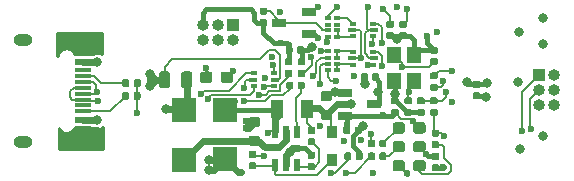
<source format=gbr>
G04 #@! TF.GenerationSoftware,KiCad,Pcbnew,(5.1.5)-3*
G04 #@! TF.CreationDate,2020-06-14T17:26:14+08:00*
G04 #@! TF.ProjectId,AdvancedSTLink,41647661-6e63-4656-9453-544c696e6b2e,rev?*
G04 #@! TF.SameCoordinates,Original*
G04 #@! TF.FileFunction,Copper,L1,Top*
G04 #@! TF.FilePolarity,Positive*
%FSLAX46Y46*%
G04 Gerber Fmt 4.6, Leading zero omitted, Abs format (unit mm)*
G04 Created by KiCad (PCBNEW (5.1.5)-3) date 2020-06-14 17:26:14*
%MOMM*%
%LPD*%
G04 APERTURE LIST*
%ADD10C,0.100000*%
%ADD11R,1.250000X0.700000*%
%ADD12R,0.550000X0.400000*%
%ADD13R,0.550000X0.300000*%
%ADD14R,0.500000X0.375000*%
%ADD15R,0.650000X0.300000*%
%ADD16R,1.450000X0.600000*%
%ADD17R,1.450000X0.300000*%
%ADD18O,2.100000X1.000000*%
%ADD19O,1.600000X1.000000*%
%ADD20R,2.000000X2.000000*%
%ADD21R,0.830000X1.000000*%
%ADD22R,0.600000X1.100000*%
%ADD23R,1.000000X1.000000*%
%ADD24O,1.000000X1.000000*%
%ADD25R,1.200000X1.400000*%
%ADD26R,1.000000X1.500000*%
%ADD27C,0.800000*%
%ADD28C,0.600000*%
%ADD29C,0.400000*%
%ADD30C,0.200000*%
%ADD31C,0.600000*%
%ADD32C,0.254000*%
G04 APERTURE END LIST*
G04 #@! TA.AperFunction,SMDPad,CuDef*
D10*
G36*
X177367642Y-102921174D02*
G01*
X177391303Y-102924684D01*
X177414507Y-102930496D01*
X177437029Y-102938554D01*
X177458653Y-102948782D01*
X177479170Y-102961079D01*
X177498383Y-102975329D01*
X177516107Y-102991393D01*
X177532171Y-103009117D01*
X177546421Y-103028330D01*
X177558718Y-103048847D01*
X177568946Y-103070471D01*
X177577004Y-103092993D01*
X177582816Y-103116197D01*
X177586326Y-103139858D01*
X177587500Y-103163750D01*
X177587500Y-104076250D01*
X177586326Y-104100142D01*
X177582816Y-104123803D01*
X177577004Y-104147007D01*
X177568946Y-104169529D01*
X177558718Y-104191153D01*
X177546421Y-104211670D01*
X177532171Y-104230883D01*
X177516107Y-104248607D01*
X177498383Y-104264671D01*
X177479170Y-104278921D01*
X177458653Y-104291218D01*
X177437029Y-104301446D01*
X177414507Y-104309504D01*
X177391303Y-104315316D01*
X177367642Y-104318826D01*
X177343750Y-104320000D01*
X176856250Y-104320000D01*
X176832358Y-104318826D01*
X176808697Y-104315316D01*
X176785493Y-104309504D01*
X176762971Y-104301446D01*
X176741347Y-104291218D01*
X176720830Y-104278921D01*
X176701617Y-104264671D01*
X176683893Y-104248607D01*
X176667829Y-104230883D01*
X176653579Y-104211670D01*
X176641282Y-104191153D01*
X176631054Y-104169529D01*
X176622996Y-104147007D01*
X176617184Y-104123803D01*
X176613674Y-104100142D01*
X176612500Y-104076250D01*
X176612500Y-103163750D01*
X176613674Y-103139858D01*
X176617184Y-103116197D01*
X176622996Y-103092993D01*
X176631054Y-103070471D01*
X176641282Y-103048847D01*
X176653579Y-103028330D01*
X176667829Y-103009117D01*
X176683893Y-102991393D01*
X176701617Y-102975329D01*
X176720830Y-102961079D01*
X176741347Y-102948782D01*
X176762971Y-102938554D01*
X176785493Y-102930496D01*
X176808697Y-102924684D01*
X176832358Y-102921174D01*
X176856250Y-102920000D01*
X177343750Y-102920000D01*
X177367642Y-102921174D01*
G37*
G04 #@! TD.AperFunction*
G04 #@! TA.AperFunction,SMDPad,CuDef*
G36*
X179242642Y-102921174D02*
G01*
X179266303Y-102924684D01*
X179289507Y-102930496D01*
X179312029Y-102938554D01*
X179333653Y-102948782D01*
X179354170Y-102961079D01*
X179373383Y-102975329D01*
X179391107Y-102991393D01*
X179407171Y-103009117D01*
X179421421Y-103028330D01*
X179433718Y-103048847D01*
X179443946Y-103070471D01*
X179452004Y-103092993D01*
X179457816Y-103116197D01*
X179461326Y-103139858D01*
X179462500Y-103163750D01*
X179462500Y-104076250D01*
X179461326Y-104100142D01*
X179457816Y-104123803D01*
X179452004Y-104147007D01*
X179443946Y-104169529D01*
X179433718Y-104191153D01*
X179421421Y-104211670D01*
X179407171Y-104230883D01*
X179391107Y-104248607D01*
X179373383Y-104264671D01*
X179354170Y-104278921D01*
X179333653Y-104291218D01*
X179312029Y-104301446D01*
X179289507Y-104309504D01*
X179266303Y-104315316D01*
X179242642Y-104318826D01*
X179218750Y-104320000D01*
X178731250Y-104320000D01*
X178707358Y-104318826D01*
X178683697Y-104315316D01*
X178660493Y-104309504D01*
X178637971Y-104301446D01*
X178616347Y-104291218D01*
X178595830Y-104278921D01*
X178576617Y-104264671D01*
X178558893Y-104248607D01*
X178542829Y-104230883D01*
X178528579Y-104211670D01*
X178516282Y-104191153D01*
X178506054Y-104169529D01*
X178497996Y-104147007D01*
X178492184Y-104123803D01*
X178488674Y-104100142D01*
X178487500Y-104076250D01*
X178487500Y-103163750D01*
X178488674Y-103139858D01*
X178492184Y-103116197D01*
X178497996Y-103092993D01*
X178506054Y-103070471D01*
X178516282Y-103048847D01*
X178528579Y-103028330D01*
X178542829Y-103009117D01*
X178558893Y-102991393D01*
X178576617Y-102975329D01*
X178595830Y-102961079D01*
X178616347Y-102948782D01*
X178637971Y-102938554D01*
X178660493Y-102930496D01*
X178683697Y-102924684D01*
X178707358Y-102921174D01*
X178731250Y-102920000D01*
X179218750Y-102920000D01*
X179242642Y-102921174D01*
G37*
G04 #@! TD.AperFunction*
D11*
X194850000Y-105700000D03*
X192350000Y-106650000D03*
X192350000Y-104750000D03*
G04 #@! TA.AperFunction,SMDPad,CuDef*
D10*
G36*
X185661958Y-98490710D02*
G01*
X185676276Y-98492834D01*
X185690317Y-98496351D01*
X185703946Y-98501228D01*
X185717031Y-98507417D01*
X185729447Y-98514858D01*
X185741073Y-98523481D01*
X185751798Y-98533202D01*
X185761519Y-98543927D01*
X185770142Y-98555553D01*
X185777583Y-98567969D01*
X185783772Y-98581054D01*
X185788649Y-98594683D01*
X185792166Y-98608724D01*
X185794290Y-98623042D01*
X185795000Y-98637500D01*
X185795000Y-98932500D01*
X185794290Y-98946958D01*
X185792166Y-98961276D01*
X185788649Y-98975317D01*
X185783772Y-98988946D01*
X185777583Y-99002031D01*
X185770142Y-99014447D01*
X185761519Y-99026073D01*
X185751798Y-99036798D01*
X185741073Y-99046519D01*
X185729447Y-99055142D01*
X185717031Y-99062583D01*
X185703946Y-99068772D01*
X185690317Y-99073649D01*
X185676276Y-99077166D01*
X185661958Y-99079290D01*
X185647500Y-99080000D01*
X185302500Y-99080000D01*
X185288042Y-99079290D01*
X185273724Y-99077166D01*
X185259683Y-99073649D01*
X185246054Y-99068772D01*
X185232969Y-99062583D01*
X185220553Y-99055142D01*
X185208927Y-99046519D01*
X185198202Y-99036798D01*
X185188481Y-99026073D01*
X185179858Y-99014447D01*
X185172417Y-99002031D01*
X185166228Y-98988946D01*
X185161351Y-98975317D01*
X185157834Y-98961276D01*
X185155710Y-98946958D01*
X185155000Y-98932500D01*
X185155000Y-98637500D01*
X185155710Y-98623042D01*
X185157834Y-98608724D01*
X185161351Y-98594683D01*
X185166228Y-98581054D01*
X185172417Y-98567969D01*
X185179858Y-98555553D01*
X185188481Y-98543927D01*
X185198202Y-98533202D01*
X185208927Y-98523481D01*
X185220553Y-98514858D01*
X185232969Y-98507417D01*
X185246054Y-98501228D01*
X185259683Y-98496351D01*
X185273724Y-98492834D01*
X185288042Y-98490710D01*
X185302500Y-98490000D01*
X185647500Y-98490000D01*
X185661958Y-98490710D01*
G37*
G04 #@! TD.AperFunction*
G04 #@! TA.AperFunction,SMDPad,CuDef*
G36*
X185661958Y-97520710D02*
G01*
X185676276Y-97522834D01*
X185690317Y-97526351D01*
X185703946Y-97531228D01*
X185717031Y-97537417D01*
X185729447Y-97544858D01*
X185741073Y-97553481D01*
X185751798Y-97563202D01*
X185761519Y-97573927D01*
X185770142Y-97585553D01*
X185777583Y-97597969D01*
X185783772Y-97611054D01*
X185788649Y-97624683D01*
X185792166Y-97638724D01*
X185794290Y-97653042D01*
X185795000Y-97667500D01*
X185795000Y-97962500D01*
X185794290Y-97976958D01*
X185792166Y-97991276D01*
X185788649Y-98005317D01*
X185783772Y-98018946D01*
X185777583Y-98032031D01*
X185770142Y-98044447D01*
X185761519Y-98056073D01*
X185751798Y-98066798D01*
X185741073Y-98076519D01*
X185729447Y-98085142D01*
X185717031Y-98092583D01*
X185703946Y-98098772D01*
X185690317Y-98103649D01*
X185676276Y-98107166D01*
X185661958Y-98109290D01*
X185647500Y-98110000D01*
X185302500Y-98110000D01*
X185288042Y-98109290D01*
X185273724Y-98107166D01*
X185259683Y-98103649D01*
X185246054Y-98098772D01*
X185232969Y-98092583D01*
X185220553Y-98085142D01*
X185208927Y-98076519D01*
X185198202Y-98066798D01*
X185188481Y-98056073D01*
X185179858Y-98044447D01*
X185172417Y-98032031D01*
X185166228Y-98018946D01*
X185161351Y-98005317D01*
X185157834Y-97991276D01*
X185155710Y-97976958D01*
X185155000Y-97962500D01*
X185155000Y-97667500D01*
X185155710Y-97653042D01*
X185157834Y-97638724D01*
X185161351Y-97624683D01*
X185166228Y-97611054D01*
X185172417Y-97597969D01*
X185179858Y-97585553D01*
X185188481Y-97573927D01*
X185198202Y-97563202D01*
X185208927Y-97553481D01*
X185220553Y-97544858D01*
X185232969Y-97537417D01*
X185246054Y-97531228D01*
X185259683Y-97526351D01*
X185273724Y-97522834D01*
X185288042Y-97520710D01*
X185302500Y-97520000D01*
X185647500Y-97520000D01*
X185661958Y-97520710D01*
G37*
G04 #@! TD.AperFunction*
D11*
X186800000Y-98825000D03*
X189300000Y-97875000D03*
X189300000Y-99775000D03*
G04 #@! TA.AperFunction,SMDPad,CuDef*
D10*
G36*
X203686958Y-103720710D02*
G01*
X203701276Y-103722834D01*
X203715317Y-103726351D01*
X203728946Y-103731228D01*
X203742031Y-103737417D01*
X203754447Y-103744858D01*
X203766073Y-103753481D01*
X203776798Y-103763202D01*
X203786519Y-103773927D01*
X203795142Y-103785553D01*
X203802583Y-103797969D01*
X203808772Y-103811054D01*
X203813649Y-103824683D01*
X203817166Y-103838724D01*
X203819290Y-103853042D01*
X203820000Y-103867500D01*
X203820000Y-104162500D01*
X203819290Y-104176958D01*
X203817166Y-104191276D01*
X203813649Y-104205317D01*
X203808772Y-104218946D01*
X203802583Y-104232031D01*
X203795142Y-104244447D01*
X203786519Y-104256073D01*
X203776798Y-104266798D01*
X203766073Y-104276519D01*
X203754447Y-104285142D01*
X203742031Y-104292583D01*
X203728946Y-104298772D01*
X203715317Y-104303649D01*
X203701276Y-104307166D01*
X203686958Y-104309290D01*
X203672500Y-104310000D01*
X203327500Y-104310000D01*
X203313042Y-104309290D01*
X203298724Y-104307166D01*
X203284683Y-104303649D01*
X203271054Y-104298772D01*
X203257969Y-104292583D01*
X203245553Y-104285142D01*
X203233927Y-104276519D01*
X203223202Y-104266798D01*
X203213481Y-104256073D01*
X203204858Y-104244447D01*
X203197417Y-104232031D01*
X203191228Y-104218946D01*
X203186351Y-104205317D01*
X203182834Y-104191276D01*
X203180710Y-104176958D01*
X203180000Y-104162500D01*
X203180000Y-103867500D01*
X203180710Y-103853042D01*
X203182834Y-103838724D01*
X203186351Y-103824683D01*
X203191228Y-103811054D01*
X203197417Y-103797969D01*
X203204858Y-103785553D01*
X203213481Y-103773927D01*
X203223202Y-103763202D01*
X203233927Y-103753481D01*
X203245553Y-103744858D01*
X203257969Y-103737417D01*
X203271054Y-103731228D01*
X203284683Y-103726351D01*
X203298724Y-103722834D01*
X203313042Y-103720710D01*
X203327500Y-103720000D01*
X203672500Y-103720000D01*
X203686958Y-103720710D01*
G37*
G04 #@! TD.AperFunction*
G04 #@! TA.AperFunction,SMDPad,CuDef*
G36*
X203686958Y-104690710D02*
G01*
X203701276Y-104692834D01*
X203715317Y-104696351D01*
X203728946Y-104701228D01*
X203742031Y-104707417D01*
X203754447Y-104714858D01*
X203766073Y-104723481D01*
X203776798Y-104733202D01*
X203786519Y-104743927D01*
X203795142Y-104755553D01*
X203802583Y-104767969D01*
X203808772Y-104781054D01*
X203813649Y-104794683D01*
X203817166Y-104808724D01*
X203819290Y-104823042D01*
X203820000Y-104837500D01*
X203820000Y-105132500D01*
X203819290Y-105146958D01*
X203817166Y-105161276D01*
X203813649Y-105175317D01*
X203808772Y-105188946D01*
X203802583Y-105202031D01*
X203795142Y-105214447D01*
X203786519Y-105226073D01*
X203776798Y-105236798D01*
X203766073Y-105246519D01*
X203754447Y-105255142D01*
X203742031Y-105262583D01*
X203728946Y-105268772D01*
X203715317Y-105273649D01*
X203701276Y-105277166D01*
X203686958Y-105279290D01*
X203672500Y-105280000D01*
X203327500Y-105280000D01*
X203313042Y-105279290D01*
X203298724Y-105277166D01*
X203284683Y-105273649D01*
X203271054Y-105268772D01*
X203257969Y-105262583D01*
X203245553Y-105255142D01*
X203233927Y-105246519D01*
X203223202Y-105236798D01*
X203213481Y-105226073D01*
X203204858Y-105214447D01*
X203197417Y-105202031D01*
X203191228Y-105188946D01*
X203186351Y-105175317D01*
X203182834Y-105161276D01*
X203180710Y-105146958D01*
X203180000Y-105132500D01*
X203180000Y-104837500D01*
X203180710Y-104823042D01*
X203182834Y-104808724D01*
X203186351Y-104794683D01*
X203191228Y-104781054D01*
X203197417Y-104767969D01*
X203204858Y-104755553D01*
X203213481Y-104743927D01*
X203223202Y-104733202D01*
X203233927Y-104723481D01*
X203245553Y-104714858D01*
X203257969Y-104707417D01*
X203271054Y-104701228D01*
X203284683Y-104696351D01*
X203298724Y-104692834D01*
X203313042Y-104690710D01*
X203327500Y-104690000D01*
X203672500Y-104690000D01*
X203686958Y-104690710D01*
G37*
G04 #@! TD.AperFunction*
G04 #@! TA.AperFunction,SMDPad,CuDef*
G36*
X200211958Y-107845710D02*
G01*
X200226276Y-107847834D01*
X200240317Y-107851351D01*
X200253946Y-107856228D01*
X200267031Y-107862417D01*
X200279447Y-107869858D01*
X200291073Y-107878481D01*
X200301798Y-107888202D01*
X200311519Y-107898927D01*
X200320142Y-107910553D01*
X200327583Y-107922969D01*
X200333772Y-107936054D01*
X200338649Y-107949683D01*
X200342166Y-107963724D01*
X200344290Y-107978042D01*
X200345000Y-107992500D01*
X200345000Y-108287500D01*
X200344290Y-108301958D01*
X200342166Y-108316276D01*
X200338649Y-108330317D01*
X200333772Y-108343946D01*
X200327583Y-108357031D01*
X200320142Y-108369447D01*
X200311519Y-108381073D01*
X200301798Y-108391798D01*
X200291073Y-108401519D01*
X200279447Y-108410142D01*
X200267031Y-108417583D01*
X200253946Y-108423772D01*
X200240317Y-108428649D01*
X200226276Y-108432166D01*
X200211958Y-108434290D01*
X200197500Y-108435000D01*
X199852500Y-108435000D01*
X199838042Y-108434290D01*
X199823724Y-108432166D01*
X199809683Y-108428649D01*
X199796054Y-108423772D01*
X199782969Y-108417583D01*
X199770553Y-108410142D01*
X199758927Y-108401519D01*
X199748202Y-108391798D01*
X199738481Y-108381073D01*
X199729858Y-108369447D01*
X199722417Y-108357031D01*
X199716228Y-108343946D01*
X199711351Y-108330317D01*
X199707834Y-108316276D01*
X199705710Y-108301958D01*
X199705000Y-108287500D01*
X199705000Y-107992500D01*
X199705710Y-107978042D01*
X199707834Y-107963724D01*
X199711351Y-107949683D01*
X199716228Y-107936054D01*
X199722417Y-107922969D01*
X199729858Y-107910553D01*
X199738481Y-107898927D01*
X199748202Y-107888202D01*
X199758927Y-107878481D01*
X199770553Y-107869858D01*
X199782969Y-107862417D01*
X199796054Y-107856228D01*
X199809683Y-107851351D01*
X199823724Y-107847834D01*
X199838042Y-107845710D01*
X199852500Y-107845000D01*
X200197500Y-107845000D01*
X200211958Y-107845710D01*
G37*
G04 #@! TD.AperFunction*
G04 #@! TA.AperFunction,SMDPad,CuDef*
G36*
X200211958Y-108815710D02*
G01*
X200226276Y-108817834D01*
X200240317Y-108821351D01*
X200253946Y-108826228D01*
X200267031Y-108832417D01*
X200279447Y-108839858D01*
X200291073Y-108848481D01*
X200301798Y-108858202D01*
X200311519Y-108868927D01*
X200320142Y-108880553D01*
X200327583Y-108892969D01*
X200333772Y-108906054D01*
X200338649Y-108919683D01*
X200342166Y-108933724D01*
X200344290Y-108948042D01*
X200345000Y-108962500D01*
X200345000Y-109257500D01*
X200344290Y-109271958D01*
X200342166Y-109286276D01*
X200338649Y-109300317D01*
X200333772Y-109313946D01*
X200327583Y-109327031D01*
X200320142Y-109339447D01*
X200311519Y-109351073D01*
X200301798Y-109361798D01*
X200291073Y-109371519D01*
X200279447Y-109380142D01*
X200267031Y-109387583D01*
X200253946Y-109393772D01*
X200240317Y-109398649D01*
X200226276Y-109402166D01*
X200211958Y-109404290D01*
X200197500Y-109405000D01*
X199852500Y-109405000D01*
X199838042Y-109404290D01*
X199823724Y-109402166D01*
X199809683Y-109398649D01*
X199796054Y-109393772D01*
X199782969Y-109387583D01*
X199770553Y-109380142D01*
X199758927Y-109371519D01*
X199748202Y-109361798D01*
X199738481Y-109351073D01*
X199729858Y-109339447D01*
X199722417Y-109327031D01*
X199716228Y-109313946D01*
X199711351Y-109300317D01*
X199707834Y-109286276D01*
X199705710Y-109271958D01*
X199705000Y-109257500D01*
X199705000Y-108962500D01*
X199705710Y-108948042D01*
X199707834Y-108933724D01*
X199711351Y-108919683D01*
X199716228Y-108906054D01*
X199722417Y-108892969D01*
X199729858Y-108880553D01*
X199738481Y-108868927D01*
X199748202Y-108858202D01*
X199758927Y-108848481D01*
X199770553Y-108839858D01*
X199782969Y-108832417D01*
X199796054Y-108826228D01*
X199809683Y-108821351D01*
X199823724Y-108817834D01*
X199838042Y-108815710D01*
X199852500Y-108815000D01*
X200197500Y-108815000D01*
X200211958Y-108815710D01*
G37*
G04 #@! TD.AperFunction*
D12*
X190900000Y-102800000D03*
D13*
X190900000Y-102250000D03*
X190900000Y-101750000D03*
D12*
X190900000Y-101200000D03*
X191700000Y-101200000D03*
D13*
X191700000Y-101750000D03*
X191700000Y-102250000D03*
D12*
X191700000Y-102800000D03*
G04 #@! TA.AperFunction,SMDPad,CuDef*
D10*
G36*
X194176958Y-103080710D02*
G01*
X194191276Y-103082834D01*
X194205317Y-103086351D01*
X194218946Y-103091228D01*
X194232031Y-103097417D01*
X194244447Y-103104858D01*
X194256073Y-103113481D01*
X194266798Y-103123202D01*
X194276519Y-103133927D01*
X194285142Y-103145553D01*
X194292583Y-103157969D01*
X194298772Y-103171054D01*
X194303649Y-103184683D01*
X194307166Y-103198724D01*
X194309290Y-103213042D01*
X194310000Y-103227500D01*
X194310000Y-103572500D01*
X194309290Y-103586958D01*
X194307166Y-103601276D01*
X194303649Y-103615317D01*
X194298772Y-103628946D01*
X194292583Y-103642031D01*
X194285142Y-103654447D01*
X194276519Y-103666073D01*
X194266798Y-103676798D01*
X194256073Y-103686519D01*
X194244447Y-103695142D01*
X194232031Y-103702583D01*
X194218946Y-103708772D01*
X194205317Y-103713649D01*
X194191276Y-103717166D01*
X194176958Y-103719290D01*
X194162500Y-103720000D01*
X193867500Y-103720000D01*
X193853042Y-103719290D01*
X193838724Y-103717166D01*
X193824683Y-103713649D01*
X193811054Y-103708772D01*
X193797969Y-103702583D01*
X193785553Y-103695142D01*
X193773927Y-103686519D01*
X193763202Y-103676798D01*
X193753481Y-103666073D01*
X193744858Y-103654447D01*
X193737417Y-103642031D01*
X193731228Y-103628946D01*
X193726351Y-103615317D01*
X193722834Y-103601276D01*
X193720710Y-103586958D01*
X193720000Y-103572500D01*
X193720000Y-103227500D01*
X193720710Y-103213042D01*
X193722834Y-103198724D01*
X193726351Y-103184683D01*
X193731228Y-103171054D01*
X193737417Y-103157969D01*
X193744858Y-103145553D01*
X193753481Y-103133927D01*
X193763202Y-103123202D01*
X193773927Y-103113481D01*
X193785553Y-103104858D01*
X193797969Y-103097417D01*
X193811054Y-103091228D01*
X193824683Y-103086351D01*
X193838724Y-103082834D01*
X193853042Y-103080710D01*
X193867500Y-103080000D01*
X194162500Y-103080000D01*
X194176958Y-103080710D01*
G37*
G04 #@! TD.AperFunction*
G04 #@! TA.AperFunction,SMDPad,CuDef*
G36*
X195146958Y-103080710D02*
G01*
X195161276Y-103082834D01*
X195175317Y-103086351D01*
X195188946Y-103091228D01*
X195202031Y-103097417D01*
X195214447Y-103104858D01*
X195226073Y-103113481D01*
X195236798Y-103123202D01*
X195246519Y-103133927D01*
X195255142Y-103145553D01*
X195262583Y-103157969D01*
X195268772Y-103171054D01*
X195273649Y-103184683D01*
X195277166Y-103198724D01*
X195279290Y-103213042D01*
X195280000Y-103227500D01*
X195280000Y-103572500D01*
X195279290Y-103586958D01*
X195277166Y-103601276D01*
X195273649Y-103615317D01*
X195268772Y-103628946D01*
X195262583Y-103642031D01*
X195255142Y-103654447D01*
X195246519Y-103666073D01*
X195236798Y-103676798D01*
X195226073Y-103686519D01*
X195214447Y-103695142D01*
X195202031Y-103702583D01*
X195188946Y-103708772D01*
X195175317Y-103713649D01*
X195161276Y-103717166D01*
X195146958Y-103719290D01*
X195132500Y-103720000D01*
X194837500Y-103720000D01*
X194823042Y-103719290D01*
X194808724Y-103717166D01*
X194794683Y-103713649D01*
X194781054Y-103708772D01*
X194767969Y-103702583D01*
X194755553Y-103695142D01*
X194743927Y-103686519D01*
X194733202Y-103676798D01*
X194723481Y-103666073D01*
X194714858Y-103654447D01*
X194707417Y-103642031D01*
X194701228Y-103628946D01*
X194696351Y-103615317D01*
X194692834Y-103601276D01*
X194690710Y-103586958D01*
X194690000Y-103572500D01*
X194690000Y-103227500D01*
X194690710Y-103213042D01*
X194692834Y-103198724D01*
X194696351Y-103184683D01*
X194701228Y-103171054D01*
X194707417Y-103157969D01*
X194714858Y-103145553D01*
X194723481Y-103133927D01*
X194733202Y-103123202D01*
X194743927Y-103113481D01*
X194755553Y-103104858D01*
X194767969Y-103097417D01*
X194781054Y-103091228D01*
X194794683Y-103086351D01*
X194808724Y-103082834D01*
X194823042Y-103080710D01*
X194837500Y-103080000D01*
X195132500Y-103080000D01*
X195146958Y-103080710D01*
G37*
G04 #@! TD.AperFunction*
D14*
X186350000Y-103087500D03*
X186350000Y-104162500D03*
D15*
X184575000Y-103625000D03*
X186425000Y-103625000D03*
D14*
X184650000Y-104162500D03*
X184650000Y-103087500D03*
D16*
X170220000Y-107800000D03*
X170220000Y-107000000D03*
X170220000Y-102100000D03*
X170220000Y-101300000D03*
X170220000Y-101300000D03*
X170220000Y-102100000D03*
X170220000Y-107000000D03*
X170220000Y-107800000D03*
D17*
X170220000Y-102800000D03*
X170220000Y-103300000D03*
X170220000Y-103800000D03*
X170220000Y-104800000D03*
X170220000Y-105300000D03*
X170220000Y-105800000D03*
X170220000Y-106300000D03*
X170220000Y-104300000D03*
D18*
X169305000Y-108870000D03*
X169305000Y-100230000D03*
D19*
X165125000Y-100230000D03*
X165125000Y-108870000D03*
G04 #@! TA.AperFunction,SMDPad,CuDef*
D10*
G36*
X200086958Y-105120710D02*
G01*
X200101276Y-105122834D01*
X200115317Y-105126351D01*
X200128946Y-105131228D01*
X200142031Y-105137417D01*
X200154447Y-105144858D01*
X200166073Y-105153481D01*
X200176798Y-105163202D01*
X200186519Y-105173927D01*
X200195142Y-105185553D01*
X200202583Y-105197969D01*
X200208772Y-105211054D01*
X200213649Y-105224683D01*
X200217166Y-105238724D01*
X200219290Y-105253042D01*
X200220000Y-105267500D01*
X200220000Y-105562500D01*
X200219290Y-105576958D01*
X200217166Y-105591276D01*
X200213649Y-105605317D01*
X200208772Y-105618946D01*
X200202583Y-105632031D01*
X200195142Y-105644447D01*
X200186519Y-105656073D01*
X200176798Y-105666798D01*
X200166073Y-105676519D01*
X200154447Y-105685142D01*
X200142031Y-105692583D01*
X200128946Y-105698772D01*
X200115317Y-105703649D01*
X200101276Y-105707166D01*
X200086958Y-105709290D01*
X200072500Y-105710000D01*
X199727500Y-105710000D01*
X199713042Y-105709290D01*
X199698724Y-105707166D01*
X199684683Y-105703649D01*
X199671054Y-105698772D01*
X199657969Y-105692583D01*
X199645553Y-105685142D01*
X199633927Y-105676519D01*
X199623202Y-105666798D01*
X199613481Y-105656073D01*
X199604858Y-105644447D01*
X199597417Y-105632031D01*
X199591228Y-105618946D01*
X199586351Y-105605317D01*
X199582834Y-105591276D01*
X199580710Y-105576958D01*
X199580000Y-105562500D01*
X199580000Y-105267500D01*
X199580710Y-105253042D01*
X199582834Y-105238724D01*
X199586351Y-105224683D01*
X199591228Y-105211054D01*
X199597417Y-105197969D01*
X199604858Y-105185553D01*
X199613481Y-105173927D01*
X199623202Y-105163202D01*
X199633927Y-105153481D01*
X199645553Y-105144858D01*
X199657969Y-105137417D01*
X199671054Y-105131228D01*
X199684683Y-105126351D01*
X199698724Y-105122834D01*
X199713042Y-105120710D01*
X199727500Y-105120000D01*
X200072500Y-105120000D01*
X200086958Y-105120710D01*
G37*
G04 #@! TD.AperFunction*
G04 #@! TA.AperFunction,SMDPad,CuDef*
G36*
X200086958Y-106090710D02*
G01*
X200101276Y-106092834D01*
X200115317Y-106096351D01*
X200128946Y-106101228D01*
X200142031Y-106107417D01*
X200154447Y-106114858D01*
X200166073Y-106123481D01*
X200176798Y-106133202D01*
X200186519Y-106143927D01*
X200195142Y-106155553D01*
X200202583Y-106167969D01*
X200208772Y-106181054D01*
X200213649Y-106194683D01*
X200217166Y-106208724D01*
X200219290Y-106223042D01*
X200220000Y-106237500D01*
X200220000Y-106532500D01*
X200219290Y-106546958D01*
X200217166Y-106561276D01*
X200213649Y-106575317D01*
X200208772Y-106588946D01*
X200202583Y-106602031D01*
X200195142Y-106614447D01*
X200186519Y-106626073D01*
X200176798Y-106636798D01*
X200166073Y-106646519D01*
X200154447Y-106655142D01*
X200142031Y-106662583D01*
X200128946Y-106668772D01*
X200115317Y-106673649D01*
X200101276Y-106677166D01*
X200086958Y-106679290D01*
X200072500Y-106680000D01*
X199727500Y-106680000D01*
X199713042Y-106679290D01*
X199698724Y-106677166D01*
X199684683Y-106673649D01*
X199671054Y-106668772D01*
X199657969Y-106662583D01*
X199645553Y-106655142D01*
X199633927Y-106646519D01*
X199623202Y-106636798D01*
X199613481Y-106626073D01*
X199604858Y-106614447D01*
X199597417Y-106602031D01*
X199591228Y-106588946D01*
X199586351Y-106575317D01*
X199582834Y-106561276D01*
X199580710Y-106546958D01*
X199580000Y-106532500D01*
X199580000Y-106237500D01*
X199580710Y-106223042D01*
X199582834Y-106208724D01*
X199586351Y-106194683D01*
X199591228Y-106181054D01*
X199597417Y-106167969D01*
X199604858Y-106155553D01*
X199613481Y-106143927D01*
X199623202Y-106133202D01*
X199633927Y-106123481D01*
X199645553Y-106114858D01*
X199657969Y-106107417D01*
X199671054Y-106101228D01*
X199684683Y-106096351D01*
X199698724Y-106092834D01*
X199713042Y-106090710D01*
X199727500Y-106090000D01*
X200072500Y-106090000D01*
X200086958Y-106090710D01*
G37*
G04 #@! TD.AperFunction*
G04 #@! TA.AperFunction,SMDPad,CuDef*
G36*
X184736958Y-109645710D02*
G01*
X184751276Y-109647834D01*
X184765317Y-109651351D01*
X184778946Y-109656228D01*
X184792031Y-109662417D01*
X184804447Y-109669858D01*
X184816073Y-109678481D01*
X184826798Y-109688202D01*
X184836519Y-109698927D01*
X184845142Y-109710553D01*
X184852583Y-109722969D01*
X184858772Y-109736054D01*
X184863649Y-109749683D01*
X184867166Y-109763724D01*
X184869290Y-109778042D01*
X184870000Y-109792500D01*
X184870000Y-110087500D01*
X184869290Y-110101958D01*
X184867166Y-110116276D01*
X184863649Y-110130317D01*
X184858772Y-110143946D01*
X184852583Y-110157031D01*
X184845142Y-110169447D01*
X184836519Y-110181073D01*
X184826798Y-110191798D01*
X184816073Y-110201519D01*
X184804447Y-110210142D01*
X184792031Y-110217583D01*
X184778946Y-110223772D01*
X184765317Y-110228649D01*
X184751276Y-110232166D01*
X184736958Y-110234290D01*
X184722500Y-110235000D01*
X184377500Y-110235000D01*
X184363042Y-110234290D01*
X184348724Y-110232166D01*
X184334683Y-110228649D01*
X184321054Y-110223772D01*
X184307969Y-110217583D01*
X184295553Y-110210142D01*
X184283927Y-110201519D01*
X184273202Y-110191798D01*
X184263481Y-110181073D01*
X184254858Y-110169447D01*
X184247417Y-110157031D01*
X184241228Y-110143946D01*
X184236351Y-110130317D01*
X184232834Y-110116276D01*
X184230710Y-110101958D01*
X184230000Y-110087500D01*
X184230000Y-109792500D01*
X184230710Y-109778042D01*
X184232834Y-109763724D01*
X184236351Y-109749683D01*
X184241228Y-109736054D01*
X184247417Y-109722969D01*
X184254858Y-109710553D01*
X184263481Y-109698927D01*
X184273202Y-109688202D01*
X184283927Y-109678481D01*
X184295553Y-109669858D01*
X184307969Y-109662417D01*
X184321054Y-109656228D01*
X184334683Y-109651351D01*
X184348724Y-109647834D01*
X184363042Y-109645710D01*
X184377500Y-109645000D01*
X184722500Y-109645000D01*
X184736958Y-109645710D01*
G37*
G04 #@! TD.AperFunction*
G04 #@! TA.AperFunction,SMDPad,CuDef*
G36*
X184736958Y-110615710D02*
G01*
X184751276Y-110617834D01*
X184765317Y-110621351D01*
X184778946Y-110626228D01*
X184792031Y-110632417D01*
X184804447Y-110639858D01*
X184816073Y-110648481D01*
X184826798Y-110658202D01*
X184836519Y-110668927D01*
X184845142Y-110680553D01*
X184852583Y-110692969D01*
X184858772Y-110706054D01*
X184863649Y-110719683D01*
X184867166Y-110733724D01*
X184869290Y-110748042D01*
X184870000Y-110762500D01*
X184870000Y-111057500D01*
X184869290Y-111071958D01*
X184867166Y-111086276D01*
X184863649Y-111100317D01*
X184858772Y-111113946D01*
X184852583Y-111127031D01*
X184845142Y-111139447D01*
X184836519Y-111151073D01*
X184826798Y-111161798D01*
X184816073Y-111171519D01*
X184804447Y-111180142D01*
X184792031Y-111187583D01*
X184778946Y-111193772D01*
X184765317Y-111198649D01*
X184751276Y-111202166D01*
X184736958Y-111204290D01*
X184722500Y-111205000D01*
X184377500Y-111205000D01*
X184363042Y-111204290D01*
X184348724Y-111202166D01*
X184334683Y-111198649D01*
X184321054Y-111193772D01*
X184307969Y-111187583D01*
X184295553Y-111180142D01*
X184283927Y-111171519D01*
X184273202Y-111161798D01*
X184263481Y-111151073D01*
X184254858Y-111139447D01*
X184247417Y-111127031D01*
X184241228Y-111113946D01*
X184236351Y-111100317D01*
X184232834Y-111086276D01*
X184230710Y-111071958D01*
X184230000Y-111057500D01*
X184230000Y-110762500D01*
X184230710Y-110748042D01*
X184232834Y-110733724D01*
X184236351Y-110719683D01*
X184241228Y-110706054D01*
X184247417Y-110692969D01*
X184254858Y-110680553D01*
X184263481Y-110668927D01*
X184273202Y-110658202D01*
X184283927Y-110648481D01*
X184295553Y-110639858D01*
X184307969Y-110632417D01*
X184321054Y-110626228D01*
X184334683Y-110621351D01*
X184348724Y-110617834D01*
X184363042Y-110615710D01*
X184377500Y-110615000D01*
X184722500Y-110615000D01*
X184736958Y-110615710D01*
G37*
G04 #@! TD.AperFunction*
D20*
X178750000Y-106175000D03*
X178750000Y-110375000D03*
D21*
X191300000Y-108020000D03*
X191300000Y-110380000D03*
G04 #@! TA.AperFunction,SMDPad,CuDef*
D10*
G36*
X173961958Y-104680710D02*
G01*
X173976276Y-104682834D01*
X173990317Y-104686351D01*
X174003946Y-104691228D01*
X174017031Y-104697417D01*
X174029447Y-104704858D01*
X174041073Y-104713481D01*
X174051798Y-104723202D01*
X174061519Y-104733927D01*
X174070142Y-104745553D01*
X174077583Y-104757969D01*
X174083772Y-104771054D01*
X174088649Y-104784683D01*
X174092166Y-104798724D01*
X174094290Y-104813042D01*
X174095000Y-104827500D01*
X174095000Y-105172500D01*
X174094290Y-105186958D01*
X174092166Y-105201276D01*
X174088649Y-105215317D01*
X174083772Y-105228946D01*
X174077583Y-105242031D01*
X174070142Y-105254447D01*
X174061519Y-105266073D01*
X174051798Y-105276798D01*
X174041073Y-105286519D01*
X174029447Y-105295142D01*
X174017031Y-105302583D01*
X174003946Y-105308772D01*
X173990317Y-105313649D01*
X173976276Y-105317166D01*
X173961958Y-105319290D01*
X173947500Y-105320000D01*
X173652500Y-105320000D01*
X173638042Y-105319290D01*
X173623724Y-105317166D01*
X173609683Y-105313649D01*
X173596054Y-105308772D01*
X173582969Y-105302583D01*
X173570553Y-105295142D01*
X173558927Y-105286519D01*
X173548202Y-105276798D01*
X173538481Y-105266073D01*
X173529858Y-105254447D01*
X173522417Y-105242031D01*
X173516228Y-105228946D01*
X173511351Y-105215317D01*
X173507834Y-105201276D01*
X173505710Y-105186958D01*
X173505000Y-105172500D01*
X173505000Y-104827500D01*
X173505710Y-104813042D01*
X173507834Y-104798724D01*
X173511351Y-104784683D01*
X173516228Y-104771054D01*
X173522417Y-104757969D01*
X173529858Y-104745553D01*
X173538481Y-104733927D01*
X173548202Y-104723202D01*
X173558927Y-104713481D01*
X173570553Y-104704858D01*
X173582969Y-104697417D01*
X173596054Y-104691228D01*
X173609683Y-104686351D01*
X173623724Y-104682834D01*
X173638042Y-104680710D01*
X173652500Y-104680000D01*
X173947500Y-104680000D01*
X173961958Y-104680710D01*
G37*
G04 #@! TD.AperFunction*
G04 #@! TA.AperFunction,SMDPad,CuDef*
G36*
X174931958Y-104680710D02*
G01*
X174946276Y-104682834D01*
X174960317Y-104686351D01*
X174973946Y-104691228D01*
X174987031Y-104697417D01*
X174999447Y-104704858D01*
X175011073Y-104713481D01*
X175021798Y-104723202D01*
X175031519Y-104733927D01*
X175040142Y-104745553D01*
X175047583Y-104757969D01*
X175053772Y-104771054D01*
X175058649Y-104784683D01*
X175062166Y-104798724D01*
X175064290Y-104813042D01*
X175065000Y-104827500D01*
X175065000Y-105172500D01*
X175064290Y-105186958D01*
X175062166Y-105201276D01*
X175058649Y-105215317D01*
X175053772Y-105228946D01*
X175047583Y-105242031D01*
X175040142Y-105254447D01*
X175031519Y-105266073D01*
X175021798Y-105276798D01*
X175011073Y-105286519D01*
X174999447Y-105295142D01*
X174987031Y-105302583D01*
X174973946Y-105308772D01*
X174960317Y-105313649D01*
X174946276Y-105317166D01*
X174931958Y-105319290D01*
X174917500Y-105320000D01*
X174622500Y-105320000D01*
X174608042Y-105319290D01*
X174593724Y-105317166D01*
X174579683Y-105313649D01*
X174566054Y-105308772D01*
X174552969Y-105302583D01*
X174540553Y-105295142D01*
X174528927Y-105286519D01*
X174518202Y-105276798D01*
X174508481Y-105266073D01*
X174499858Y-105254447D01*
X174492417Y-105242031D01*
X174486228Y-105228946D01*
X174481351Y-105215317D01*
X174477834Y-105201276D01*
X174475710Y-105186958D01*
X174475000Y-105172500D01*
X174475000Y-104827500D01*
X174475710Y-104813042D01*
X174477834Y-104798724D01*
X174481351Y-104784683D01*
X174486228Y-104771054D01*
X174492417Y-104757969D01*
X174499858Y-104745553D01*
X174508481Y-104733927D01*
X174518202Y-104723202D01*
X174528927Y-104713481D01*
X174540553Y-104704858D01*
X174552969Y-104697417D01*
X174566054Y-104691228D01*
X174579683Y-104686351D01*
X174593724Y-104682834D01*
X174608042Y-104680710D01*
X174622500Y-104680000D01*
X174917500Y-104680000D01*
X174931958Y-104680710D01*
G37*
G04 #@! TD.AperFunction*
D22*
X186450000Y-108075000D03*
X187400000Y-108075000D03*
X188350000Y-108075000D03*
X188350000Y-110875000D03*
X187400000Y-110875000D03*
X186450000Y-110875000D03*
D12*
X190900000Y-100000000D03*
D13*
X190900000Y-99450000D03*
X190900000Y-98950000D03*
D12*
X190900000Y-98400000D03*
X191700000Y-98400000D03*
D13*
X191700000Y-98950000D03*
X191700000Y-99450000D03*
D12*
X191700000Y-100000000D03*
G04 #@! TA.AperFunction,SMDPad,CuDef*
D10*
G36*
X196386958Y-99590710D02*
G01*
X196401276Y-99592834D01*
X196415317Y-99596351D01*
X196428946Y-99601228D01*
X196442031Y-99607417D01*
X196454447Y-99614858D01*
X196466073Y-99623481D01*
X196476798Y-99633202D01*
X196486519Y-99643927D01*
X196495142Y-99655553D01*
X196502583Y-99667969D01*
X196508772Y-99681054D01*
X196513649Y-99694683D01*
X196517166Y-99708724D01*
X196519290Y-99723042D01*
X196520000Y-99737500D01*
X196520000Y-100032500D01*
X196519290Y-100046958D01*
X196517166Y-100061276D01*
X196513649Y-100075317D01*
X196508772Y-100088946D01*
X196502583Y-100102031D01*
X196495142Y-100114447D01*
X196486519Y-100126073D01*
X196476798Y-100136798D01*
X196466073Y-100146519D01*
X196454447Y-100155142D01*
X196442031Y-100162583D01*
X196428946Y-100168772D01*
X196415317Y-100173649D01*
X196401276Y-100177166D01*
X196386958Y-100179290D01*
X196372500Y-100180000D01*
X196027500Y-100180000D01*
X196013042Y-100179290D01*
X195998724Y-100177166D01*
X195984683Y-100173649D01*
X195971054Y-100168772D01*
X195957969Y-100162583D01*
X195945553Y-100155142D01*
X195933927Y-100146519D01*
X195923202Y-100136798D01*
X195913481Y-100126073D01*
X195904858Y-100114447D01*
X195897417Y-100102031D01*
X195891228Y-100088946D01*
X195886351Y-100075317D01*
X195882834Y-100061276D01*
X195880710Y-100046958D01*
X195880000Y-100032500D01*
X195880000Y-99737500D01*
X195880710Y-99723042D01*
X195882834Y-99708724D01*
X195886351Y-99694683D01*
X195891228Y-99681054D01*
X195897417Y-99667969D01*
X195904858Y-99655553D01*
X195913481Y-99643927D01*
X195923202Y-99633202D01*
X195933927Y-99623481D01*
X195945553Y-99614858D01*
X195957969Y-99607417D01*
X195971054Y-99601228D01*
X195984683Y-99596351D01*
X195998724Y-99592834D01*
X196013042Y-99590710D01*
X196027500Y-99590000D01*
X196372500Y-99590000D01*
X196386958Y-99590710D01*
G37*
G04 #@! TD.AperFunction*
G04 #@! TA.AperFunction,SMDPad,CuDef*
G36*
X196386958Y-98620710D02*
G01*
X196401276Y-98622834D01*
X196415317Y-98626351D01*
X196428946Y-98631228D01*
X196442031Y-98637417D01*
X196454447Y-98644858D01*
X196466073Y-98653481D01*
X196476798Y-98663202D01*
X196486519Y-98673927D01*
X196495142Y-98685553D01*
X196502583Y-98697969D01*
X196508772Y-98711054D01*
X196513649Y-98724683D01*
X196517166Y-98738724D01*
X196519290Y-98753042D01*
X196520000Y-98767500D01*
X196520000Y-99062500D01*
X196519290Y-99076958D01*
X196517166Y-99091276D01*
X196513649Y-99105317D01*
X196508772Y-99118946D01*
X196502583Y-99132031D01*
X196495142Y-99144447D01*
X196486519Y-99156073D01*
X196476798Y-99166798D01*
X196466073Y-99176519D01*
X196454447Y-99185142D01*
X196442031Y-99192583D01*
X196428946Y-99198772D01*
X196415317Y-99203649D01*
X196401276Y-99207166D01*
X196386958Y-99209290D01*
X196372500Y-99210000D01*
X196027500Y-99210000D01*
X196013042Y-99209290D01*
X195998724Y-99207166D01*
X195984683Y-99203649D01*
X195971054Y-99198772D01*
X195957969Y-99192583D01*
X195945553Y-99185142D01*
X195933927Y-99176519D01*
X195923202Y-99166798D01*
X195913481Y-99156073D01*
X195904858Y-99144447D01*
X195897417Y-99132031D01*
X195891228Y-99118946D01*
X195886351Y-99105317D01*
X195882834Y-99091276D01*
X195880710Y-99076958D01*
X195880000Y-99062500D01*
X195880000Y-98767500D01*
X195880710Y-98753042D01*
X195882834Y-98738724D01*
X195886351Y-98724683D01*
X195891228Y-98711054D01*
X195897417Y-98697969D01*
X195904858Y-98685553D01*
X195913481Y-98673927D01*
X195923202Y-98663202D01*
X195933927Y-98653481D01*
X195945553Y-98644858D01*
X195957969Y-98637417D01*
X195971054Y-98631228D01*
X195984683Y-98626351D01*
X195998724Y-98622834D01*
X196013042Y-98620710D01*
X196027500Y-98620000D01*
X196372500Y-98620000D01*
X196386958Y-98620710D01*
G37*
G04 #@! TD.AperFunction*
G04 #@! TA.AperFunction,SMDPad,CuDef*
G36*
X189711958Y-110690710D02*
G01*
X189726276Y-110692834D01*
X189740317Y-110696351D01*
X189753946Y-110701228D01*
X189767031Y-110707417D01*
X189779447Y-110714858D01*
X189791073Y-110723481D01*
X189801798Y-110733202D01*
X189811519Y-110743927D01*
X189820142Y-110755553D01*
X189827583Y-110767969D01*
X189833772Y-110781054D01*
X189838649Y-110794683D01*
X189842166Y-110808724D01*
X189844290Y-110823042D01*
X189845000Y-110837500D01*
X189845000Y-111132500D01*
X189844290Y-111146958D01*
X189842166Y-111161276D01*
X189838649Y-111175317D01*
X189833772Y-111188946D01*
X189827583Y-111202031D01*
X189820142Y-111214447D01*
X189811519Y-111226073D01*
X189801798Y-111236798D01*
X189791073Y-111246519D01*
X189779447Y-111255142D01*
X189767031Y-111262583D01*
X189753946Y-111268772D01*
X189740317Y-111273649D01*
X189726276Y-111277166D01*
X189711958Y-111279290D01*
X189697500Y-111280000D01*
X189352500Y-111280000D01*
X189338042Y-111279290D01*
X189323724Y-111277166D01*
X189309683Y-111273649D01*
X189296054Y-111268772D01*
X189282969Y-111262583D01*
X189270553Y-111255142D01*
X189258927Y-111246519D01*
X189248202Y-111236798D01*
X189238481Y-111226073D01*
X189229858Y-111214447D01*
X189222417Y-111202031D01*
X189216228Y-111188946D01*
X189211351Y-111175317D01*
X189207834Y-111161276D01*
X189205710Y-111146958D01*
X189205000Y-111132500D01*
X189205000Y-110837500D01*
X189205710Y-110823042D01*
X189207834Y-110808724D01*
X189211351Y-110794683D01*
X189216228Y-110781054D01*
X189222417Y-110767969D01*
X189229858Y-110755553D01*
X189238481Y-110743927D01*
X189248202Y-110733202D01*
X189258927Y-110723481D01*
X189270553Y-110714858D01*
X189282969Y-110707417D01*
X189296054Y-110701228D01*
X189309683Y-110696351D01*
X189323724Y-110692834D01*
X189338042Y-110690710D01*
X189352500Y-110690000D01*
X189697500Y-110690000D01*
X189711958Y-110690710D01*
G37*
G04 #@! TD.AperFunction*
G04 #@! TA.AperFunction,SMDPad,CuDef*
G36*
X189711958Y-109720710D02*
G01*
X189726276Y-109722834D01*
X189740317Y-109726351D01*
X189753946Y-109731228D01*
X189767031Y-109737417D01*
X189779447Y-109744858D01*
X189791073Y-109753481D01*
X189801798Y-109763202D01*
X189811519Y-109773927D01*
X189820142Y-109785553D01*
X189827583Y-109797969D01*
X189833772Y-109811054D01*
X189838649Y-109824683D01*
X189842166Y-109838724D01*
X189844290Y-109853042D01*
X189845000Y-109867500D01*
X189845000Y-110162500D01*
X189844290Y-110176958D01*
X189842166Y-110191276D01*
X189838649Y-110205317D01*
X189833772Y-110218946D01*
X189827583Y-110232031D01*
X189820142Y-110244447D01*
X189811519Y-110256073D01*
X189801798Y-110266798D01*
X189791073Y-110276519D01*
X189779447Y-110285142D01*
X189767031Y-110292583D01*
X189753946Y-110298772D01*
X189740317Y-110303649D01*
X189726276Y-110307166D01*
X189711958Y-110309290D01*
X189697500Y-110310000D01*
X189352500Y-110310000D01*
X189338042Y-110309290D01*
X189323724Y-110307166D01*
X189309683Y-110303649D01*
X189296054Y-110298772D01*
X189282969Y-110292583D01*
X189270553Y-110285142D01*
X189258927Y-110276519D01*
X189248202Y-110266798D01*
X189238481Y-110256073D01*
X189229858Y-110244447D01*
X189222417Y-110232031D01*
X189216228Y-110218946D01*
X189211351Y-110205317D01*
X189207834Y-110191276D01*
X189205710Y-110176958D01*
X189205000Y-110162500D01*
X189205000Y-109867500D01*
X189205710Y-109853042D01*
X189207834Y-109838724D01*
X189211351Y-109824683D01*
X189216228Y-109811054D01*
X189222417Y-109797969D01*
X189229858Y-109785553D01*
X189238481Y-109773927D01*
X189248202Y-109763202D01*
X189258927Y-109753481D01*
X189270553Y-109744858D01*
X189282969Y-109737417D01*
X189296054Y-109731228D01*
X189309683Y-109726351D01*
X189323724Y-109722834D01*
X189338042Y-109720710D01*
X189352500Y-109720000D01*
X189697500Y-109720000D01*
X189711958Y-109720710D01*
G37*
G04 #@! TD.AperFunction*
G04 #@! TA.AperFunction,SMDPad,CuDef*
G36*
X189711958Y-107620710D02*
G01*
X189726276Y-107622834D01*
X189740317Y-107626351D01*
X189753946Y-107631228D01*
X189767031Y-107637417D01*
X189779447Y-107644858D01*
X189791073Y-107653481D01*
X189801798Y-107663202D01*
X189811519Y-107673927D01*
X189820142Y-107685553D01*
X189827583Y-107697969D01*
X189833772Y-107711054D01*
X189838649Y-107724683D01*
X189842166Y-107738724D01*
X189844290Y-107753042D01*
X189845000Y-107767500D01*
X189845000Y-108062500D01*
X189844290Y-108076958D01*
X189842166Y-108091276D01*
X189838649Y-108105317D01*
X189833772Y-108118946D01*
X189827583Y-108132031D01*
X189820142Y-108144447D01*
X189811519Y-108156073D01*
X189801798Y-108166798D01*
X189791073Y-108176519D01*
X189779447Y-108185142D01*
X189767031Y-108192583D01*
X189753946Y-108198772D01*
X189740317Y-108203649D01*
X189726276Y-108207166D01*
X189711958Y-108209290D01*
X189697500Y-108210000D01*
X189352500Y-108210000D01*
X189338042Y-108209290D01*
X189323724Y-108207166D01*
X189309683Y-108203649D01*
X189296054Y-108198772D01*
X189282969Y-108192583D01*
X189270553Y-108185142D01*
X189258927Y-108176519D01*
X189248202Y-108166798D01*
X189238481Y-108156073D01*
X189229858Y-108144447D01*
X189222417Y-108132031D01*
X189216228Y-108118946D01*
X189211351Y-108105317D01*
X189207834Y-108091276D01*
X189205710Y-108076958D01*
X189205000Y-108062500D01*
X189205000Y-107767500D01*
X189205710Y-107753042D01*
X189207834Y-107738724D01*
X189211351Y-107724683D01*
X189216228Y-107711054D01*
X189222417Y-107697969D01*
X189229858Y-107685553D01*
X189238481Y-107673927D01*
X189248202Y-107663202D01*
X189258927Y-107653481D01*
X189270553Y-107644858D01*
X189282969Y-107637417D01*
X189296054Y-107631228D01*
X189309683Y-107626351D01*
X189323724Y-107622834D01*
X189338042Y-107620710D01*
X189352500Y-107620000D01*
X189697500Y-107620000D01*
X189711958Y-107620710D01*
G37*
G04 #@! TD.AperFunction*
G04 #@! TA.AperFunction,SMDPad,CuDef*
G36*
X189711958Y-108590710D02*
G01*
X189726276Y-108592834D01*
X189740317Y-108596351D01*
X189753946Y-108601228D01*
X189767031Y-108607417D01*
X189779447Y-108614858D01*
X189791073Y-108623481D01*
X189801798Y-108633202D01*
X189811519Y-108643927D01*
X189820142Y-108655553D01*
X189827583Y-108667969D01*
X189833772Y-108681054D01*
X189838649Y-108694683D01*
X189842166Y-108708724D01*
X189844290Y-108723042D01*
X189845000Y-108737500D01*
X189845000Y-109032500D01*
X189844290Y-109046958D01*
X189842166Y-109061276D01*
X189838649Y-109075317D01*
X189833772Y-109088946D01*
X189827583Y-109102031D01*
X189820142Y-109114447D01*
X189811519Y-109126073D01*
X189801798Y-109136798D01*
X189791073Y-109146519D01*
X189779447Y-109155142D01*
X189767031Y-109162583D01*
X189753946Y-109168772D01*
X189740317Y-109173649D01*
X189726276Y-109177166D01*
X189711958Y-109179290D01*
X189697500Y-109180000D01*
X189352500Y-109180000D01*
X189338042Y-109179290D01*
X189323724Y-109177166D01*
X189309683Y-109173649D01*
X189296054Y-109168772D01*
X189282969Y-109162583D01*
X189270553Y-109155142D01*
X189258927Y-109146519D01*
X189248202Y-109136798D01*
X189238481Y-109126073D01*
X189229858Y-109114447D01*
X189222417Y-109102031D01*
X189216228Y-109088946D01*
X189211351Y-109075317D01*
X189207834Y-109061276D01*
X189205710Y-109046958D01*
X189205000Y-109032500D01*
X189205000Y-108737500D01*
X189205710Y-108723042D01*
X189207834Y-108708724D01*
X189211351Y-108694683D01*
X189216228Y-108681054D01*
X189222417Y-108667969D01*
X189229858Y-108655553D01*
X189238481Y-108643927D01*
X189248202Y-108633202D01*
X189258927Y-108623481D01*
X189270553Y-108614858D01*
X189282969Y-108607417D01*
X189296054Y-108601228D01*
X189309683Y-108596351D01*
X189323724Y-108592834D01*
X189338042Y-108590710D01*
X189352500Y-108590000D01*
X189697500Y-108590000D01*
X189711958Y-108590710D01*
G37*
G04 #@! TD.AperFunction*
G04 #@! TA.AperFunction,SMDPad,CuDef*
G36*
X187786958Y-102790710D02*
G01*
X187801276Y-102792834D01*
X187815317Y-102796351D01*
X187828946Y-102801228D01*
X187842031Y-102807417D01*
X187854447Y-102814858D01*
X187866073Y-102823481D01*
X187876798Y-102833202D01*
X187886519Y-102843927D01*
X187895142Y-102855553D01*
X187902583Y-102867969D01*
X187908772Y-102881054D01*
X187913649Y-102894683D01*
X187917166Y-102908724D01*
X187919290Y-102923042D01*
X187920000Y-102937500D01*
X187920000Y-103232500D01*
X187919290Y-103246958D01*
X187917166Y-103261276D01*
X187913649Y-103275317D01*
X187908772Y-103288946D01*
X187902583Y-103302031D01*
X187895142Y-103314447D01*
X187886519Y-103326073D01*
X187876798Y-103336798D01*
X187866073Y-103346519D01*
X187854447Y-103355142D01*
X187842031Y-103362583D01*
X187828946Y-103368772D01*
X187815317Y-103373649D01*
X187801276Y-103377166D01*
X187786958Y-103379290D01*
X187772500Y-103380000D01*
X187427500Y-103380000D01*
X187413042Y-103379290D01*
X187398724Y-103377166D01*
X187384683Y-103373649D01*
X187371054Y-103368772D01*
X187357969Y-103362583D01*
X187345553Y-103355142D01*
X187333927Y-103346519D01*
X187323202Y-103336798D01*
X187313481Y-103326073D01*
X187304858Y-103314447D01*
X187297417Y-103302031D01*
X187291228Y-103288946D01*
X187286351Y-103275317D01*
X187282834Y-103261276D01*
X187280710Y-103246958D01*
X187280000Y-103232500D01*
X187280000Y-102937500D01*
X187280710Y-102923042D01*
X187282834Y-102908724D01*
X187286351Y-102894683D01*
X187291228Y-102881054D01*
X187297417Y-102867969D01*
X187304858Y-102855553D01*
X187313481Y-102843927D01*
X187323202Y-102833202D01*
X187333927Y-102823481D01*
X187345553Y-102814858D01*
X187357969Y-102807417D01*
X187371054Y-102801228D01*
X187384683Y-102796351D01*
X187398724Y-102792834D01*
X187413042Y-102790710D01*
X187427500Y-102790000D01*
X187772500Y-102790000D01*
X187786958Y-102790710D01*
G37*
G04 #@! TD.AperFunction*
G04 #@! TA.AperFunction,SMDPad,CuDef*
G36*
X187786958Y-101820710D02*
G01*
X187801276Y-101822834D01*
X187815317Y-101826351D01*
X187828946Y-101831228D01*
X187842031Y-101837417D01*
X187854447Y-101844858D01*
X187866073Y-101853481D01*
X187876798Y-101863202D01*
X187886519Y-101873927D01*
X187895142Y-101885553D01*
X187902583Y-101897969D01*
X187908772Y-101911054D01*
X187913649Y-101924683D01*
X187917166Y-101938724D01*
X187919290Y-101953042D01*
X187920000Y-101967500D01*
X187920000Y-102262500D01*
X187919290Y-102276958D01*
X187917166Y-102291276D01*
X187913649Y-102305317D01*
X187908772Y-102318946D01*
X187902583Y-102332031D01*
X187895142Y-102344447D01*
X187886519Y-102356073D01*
X187876798Y-102366798D01*
X187866073Y-102376519D01*
X187854447Y-102385142D01*
X187842031Y-102392583D01*
X187828946Y-102398772D01*
X187815317Y-102403649D01*
X187801276Y-102407166D01*
X187786958Y-102409290D01*
X187772500Y-102410000D01*
X187427500Y-102410000D01*
X187413042Y-102409290D01*
X187398724Y-102407166D01*
X187384683Y-102403649D01*
X187371054Y-102398772D01*
X187357969Y-102392583D01*
X187345553Y-102385142D01*
X187333927Y-102376519D01*
X187323202Y-102366798D01*
X187313481Y-102356073D01*
X187304858Y-102344447D01*
X187297417Y-102332031D01*
X187291228Y-102318946D01*
X187286351Y-102305317D01*
X187282834Y-102291276D01*
X187280710Y-102276958D01*
X187280000Y-102262500D01*
X187280000Y-101967500D01*
X187280710Y-101953042D01*
X187282834Y-101938724D01*
X187286351Y-101924683D01*
X187291228Y-101911054D01*
X187297417Y-101897969D01*
X187304858Y-101885553D01*
X187313481Y-101873927D01*
X187323202Y-101863202D01*
X187333927Y-101853481D01*
X187345553Y-101844858D01*
X187357969Y-101837417D01*
X187371054Y-101831228D01*
X187384683Y-101826351D01*
X187398724Y-101822834D01*
X187413042Y-101820710D01*
X187427500Y-101820000D01*
X187772500Y-101820000D01*
X187786958Y-101820710D01*
G37*
G04 #@! TD.AperFunction*
G04 #@! TA.AperFunction,SMDPad,CuDef*
G36*
X194776958Y-108680710D02*
G01*
X194791276Y-108682834D01*
X194805317Y-108686351D01*
X194818946Y-108691228D01*
X194832031Y-108697417D01*
X194844447Y-108704858D01*
X194856073Y-108713481D01*
X194866798Y-108723202D01*
X194876519Y-108733927D01*
X194885142Y-108745553D01*
X194892583Y-108757969D01*
X194898772Y-108771054D01*
X194903649Y-108784683D01*
X194907166Y-108798724D01*
X194909290Y-108813042D01*
X194910000Y-108827500D01*
X194910000Y-109172500D01*
X194909290Y-109186958D01*
X194907166Y-109201276D01*
X194903649Y-109215317D01*
X194898772Y-109228946D01*
X194892583Y-109242031D01*
X194885142Y-109254447D01*
X194876519Y-109266073D01*
X194866798Y-109276798D01*
X194856073Y-109286519D01*
X194844447Y-109295142D01*
X194832031Y-109302583D01*
X194818946Y-109308772D01*
X194805317Y-109313649D01*
X194791276Y-109317166D01*
X194776958Y-109319290D01*
X194762500Y-109320000D01*
X194467500Y-109320000D01*
X194453042Y-109319290D01*
X194438724Y-109317166D01*
X194424683Y-109313649D01*
X194411054Y-109308772D01*
X194397969Y-109302583D01*
X194385553Y-109295142D01*
X194373927Y-109286519D01*
X194363202Y-109276798D01*
X194353481Y-109266073D01*
X194344858Y-109254447D01*
X194337417Y-109242031D01*
X194331228Y-109228946D01*
X194326351Y-109215317D01*
X194322834Y-109201276D01*
X194320710Y-109186958D01*
X194320000Y-109172500D01*
X194320000Y-108827500D01*
X194320710Y-108813042D01*
X194322834Y-108798724D01*
X194326351Y-108784683D01*
X194331228Y-108771054D01*
X194337417Y-108757969D01*
X194344858Y-108745553D01*
X194353481Y-108733927D01*
X194363202Y-108723202D01*
X194373927Y-108713481D01*
X194385553Y-108704858D01*
X194397969Y-108697417D01*
X194411054Y-108691228D01*
X194424683Y-108686351D01*
X194438724Y-108682834D01*
X194453042Y-108680710D01*
X194467500Y-108680000D01*
X194762500Y-108680000D01*
X194776958Y-108680710D01*
G37*
G04 #@! TD.AperFunction*
G04 #@! TA.AperFunction,SMDPad,CuDef*
G36*
X195746958Y-108680710D02*
G01*
X195761276Y-108682834D01*
X195775317Y-108686351D01*
X195788946Y-108691228D01*
X195802031Y-108697417D01*
X195814447Y-108704858D01*
X195826073Y-108713481D01*
X195836798Y-108723202D01*
X195846519Y-108733927D01*
X195855142Y-108745553D01*
X195862583Y-108757969D01*
X195868772Y-108771054D01*
X195873649Y-108784683D01*
X195877166Y-108798724D01*
X195879290Y-108813042D01*
X195880000Y-108827500D01*
X195880000Y-109172500D01*
X195879290Y-109186958D01*
X195877166Y-109201276D01*
X195873649Y-109215317D01*
X195868772Y-109228946D01*
X195862583Y-109242031D01*
X195855142Y-109254447D01*
X195846519Y-109266073D01*
X195836798Y-109276798D01*
X195826073Y-109286519D01*
X195814447Y-109295142D01*
X195802031Y-109302583D01*
X195788946Y-109308772D01*
X195775317Y-109313649D01*
X195761276Y-109317166D01*
X195746958Y-109319290D01*
X195732500Y-109320000D01*
X195437500Y-109320000D01*
X195423042Y-109319290D01*
X195408724Y-109317166D01*
X195394683Y-109313649D01*
X195381054Y-109308772D01*
X195367969Y-109302583D01*
X195355553Y-109295142D01*
X195343927Y-109286519D01*
X195333202Y-109276798D01*
X195323481Y-109266073D01*
X195314858Y-109254447D01*
X195307417Y-109242031D01*
X195301228Y-109228946D01*
X195296351Y-109215317D01*
X195292834Y-109201276D01*
X195290710Y-109186958D01*
X195290000Y-109172500D01*
X195290000Y-108827500D01*
X195290710Y-108813042D01*
X195292834Y-108798724D01*
X195296351Y-108784683D01*
X195301228Y-108771054D01*
X195307417Y-108757969D01*
X195314858Y-108745553D01*
X195323481Y-108733927D01*
X195333202Y-108723202D01*
X195343927Y-108713481D01*
X195355553Y-108704858D01*
X195367969Y-108697417D01*
X195381054Y-108691228D01*
X195394683Y-108686351D01*
X195408724Y-108682834D01*
X195423042Y-108680710D01*
X195437500Y-108680000D01*
X195732500Y-108680000D01*
X195746958Y-108680710D01*
G37*
G04 #@! TD.AperFunction*
G04 #@! TA.AperFunction,SMDPad,CuDef*
G36*
X194776958Y-109780710D02*
G01*
X194791276Y-109782834D01*
X194805317Y-109786351D01*
X194818946Y-109791228D01*
X194832031Y-109797417D01*
X194844447Y-109804858D01*
X194856073Y-109813481D01*
X194866798Y-109823202D01*
X194876519Y-109833927D01*
X194885142Y-109845553D01*
X194892583Y-109857969D01*
X194898772Y-109871054D01*
X194903649Y-109884683D01*
X194907166Y-109898724D01*
X194909290Y-109913042D01*
X194910000Y-109927500D01*
X194910000Y-110272500D01*
X194909290Y-110286958D01*
X194907166Y-110301276D01*
X194903649Y-110315317D01*
X194898772Y-110328946D01*
X194892583Y-110342031D01*
X194885142Y-110354447D01*
X194876519Y-110366073D01*
X194866798Y-110376798D01*
X194856073Y-110386519D01*
X194844447Y-110395142D01*
X194832031Y-110402583D01*
X194818946Y-110408772D01*
X194805317Y-110413649D01*
X194791276Y-110417166D01*
X194776958Y-110419290D01*
X194762500Y-110420000D01*
X194467500Y-110420000D01*
X194453042Y-110419290D01*
X194438724Y-110417166D01*
X194424683Y-110413649D01*
X194411054Y-110408772D01*
X194397969Y-110402583D01*
X194385553Y-110395142D01*
X194373927Y-110386519D01*
X194363202Y-110376798D01*
X194353481Y-110366073D01*
X194344858Y-110354447D01*
X194337417Y-110342031D01*
X194331228Y-110328946D01*
X194326351Y-110315317D01*
X194322834Y-110301276D01*
X194320710Y-110286958D01*
X194320000Y-110272500D01*
X194320000Y-109927500D01*
X194320710Y-109913042D01*
X194322834Y-109898724D01*
X194326351Y-109884683D01*
X194331228Y-109871054D01*
X194337417Y-109857969D01*
X194344858Y-109845553D01*
X194353481Y-109833927D01*
X194363202Y-109823202D01*
X194373927Y-109813481D01*
X194385553Y-109804858D01*
X194397969Y-109797417D01*
X194411054Y-109791228D01*
X194424683Y-109786351D01*
X194438724Y-109782834D01*
X194453042Y-109780710D01*
X194467500Y-109780000D01*
X194762500Y-109780000D01*
X194776958Y-109780710D01*
G37*
G04 #@! TD.AperFunction*
G04 #@! TA.AperFunction,SMDPad,CuDef*
G36*
X195746958Y-109780710D02*
G01*
X195761276Y-109782834D01*
X195775317Y-109786351D01*
X195788946Y-109791228D01*
X195802031Y-109797417D01*
X195814447Y-109804858D01*
X195826073Y-109813481D01*
X195836798Y-109823202D01*
X195846519Y-109833927D01*
X195855142Y-109845553D01*
X195862583Y-109857969D01*
X195868772Y-109871054D01*
X195873649Y-109884683D01*
X195877166Y-109898724D01*
X195879290Y-109913042D01*
X195880000Y-109927500D01*
X195880000Y-110272500D01*
X195879290Y-110286958D01*
X195877166Y-110301276D01*
X195873649Y-110315317D01*
X195868772Y-110328946D01*
X195862583Y-110342031D01*
X195855142Y-110354447D01*
X195846519Y-110366073D01*
X195836798Y-110376798D01*
X195826073Y-110386519D01*
X195814447Y-110395142D01*
X195802031Y-110402583D01*
X195788946Y-110408772D01*
X195775317Y-110413649D01*
X195761276Y-110417166D01*
X195746958Y-110419290D01*
X195732500Y-110420000D01*
X195437500Y-110420000D01*
X195423042Y-110419290D01*
X195408724Y-110417166D01*
X195394683Y-110413649D01*
X195381054Y-110408772D01*
X195367969Y-110402583D01*
X195355553Y-110395142D01*
X195343927Y-110386519D01*
X195333202Y-110376798D01*
X195323481Y-110366073D01*
X195314858Y-110354447D01*
X195307417Y-110342031D01*
X195301228Y-110328946D01*
X195296351Y-110315317D01*
X195292834Y-110301276D01*
X195290710Y-110286958D01*
X195290000Y-110272500D01*
X195290000Y-109927500D01*
X195290710Y-109913042D01*
X195292834Y-109898724D01*
X195296351Y-109884683D01*
X195301228Y-109871054D01*
X195307417Y-109857969D01*
X195314858Y-109845553D01*
X195323481Y-109833927D01*
X195333202Y-109823202D01*
X195343927Y-109813481D01*
X195355553Y-109804858D01*
X195367969Y-109797417D01*
X195381054Y-109791228D01*
X195394683Y-109786351D01*
X195408724Y-109782834D01*
X195423042Y-109780710D01*
X195437500Y-109780000D01*
X195732500Y-109780000D01*
X195746958Y-109780710D01*
G37*
G04 #@! TD.AperFunction*
G04 #@! TA.AperFunction,SMDPad,CuDef*
G36*
X173976958Y-103580710D02*
G01*
X173991276Y-103582834D01*
X174005317Y-103586351D01*
X174018946Y-103591228D01*
X174032031Y-103597417D01*
X174044447Y-103604858D01*
X174056073Y-103613481D01*
X174066798Y-103623202D01*
X174076519Y-103633927D01*
X174085142Y-103645553D01*
X174092583Y-103657969D01*
X174098772Y-103671054D01*
X174103649Y-103684683D01*
X174107166Y-103698724D01*
X174109290Y-103713042D01*
X174110000Y-103727500D01*
X174110000Y-104072500D01*
X174109290Y-104086958D01*
X174107166Y-104101276D01*
X174103649Y-104115317D01*
X174098772Y-104128946D01*
X174092583Y-104142031D01*
X174085142Y-104154447D01*
X174076519Y-104166073D01*
X174066798Y-104176798D01*
X174056073Y-104186519D01*
X174044447Y-104195142D01*
X174032031Y-104202583D01*
X174018946Y-104208772D01*
X174005317Y-104213649D01*
X173991276Y-104217166D01*
X173976958Y-104219290D01*
X173962500Y-104220000D01*
X173667500Y-104220000D01*
X173653042Y-104219290D01*
X173638724Y-104217166D01*
X173624683Y-104213649D01*
X173611054Y-104208772D01*
X173597969Y-104202583D01*
X173585553Y-104195142D01*
X173573927Y-104186519D01*
X173563202Y-104176798D01*
X173553481Y-104166073D01*
X173544858Y-104154447D01*
X173537417Y-104142031D01*
X173531228Y-104128946D01*
X173526351Y-104115317D01*
X173522834Y-104101276D01*
X173520710Y-104086958D01*
X173520000Y-104072500D01*
X173520000Y-103727500D01*
X173520710Y-103713042D01*
X173522834Y-103698724D01*
X173526351Y-103684683D01*
X173531228Y-103671054D01*
X173537417Y-103657969D01*
X173544858Y-103645553D01*
X173553481Y-103633927D01*
X173563202Y-103623202D01*
X173573927Y-103613481D01*
X173585553Y-103604858D01*
X173597969Y-103597417D01*
X173611054Y-103591228D01*
X173624683Y-103586351D01*
X173638724Y-103582834D01*
X173653042Y-103580710D01*
X173667500Y-103580000D01*
X173962500Y-103580000D01*
X173976958Y-103580710D01*
G37*
G04 #@! TD.AperFunction*
G04 #@! TA.AperFunction,SMDPad,CuDef*
G36*
X174946958Y-103580710D02*
G01*
X174961276Y-103582834D01*
X174975317Y-103586351D01*
X174988946Y-103591228D01*
X175002031Y-103597417D01*
X175014447Y-103604858D01*
X175026073Y-103613481D01*
X175036798Y-103623202D01*
X175046519Y-103633927D01*
X175055142Y-103645553D01*
X175062583Y-103657969D01*
X175068772Y-103671054D01*
X175073649Y-103684683D01*
X175077166Y-103698724D01*
X175079290Y-103713042D01*
X175080000Y-103727500D01*
X175080000Y-104072500D01*
X175079290Y-104086958D01*
X175077166Y-104101276D01*
X175073649Y-104115317D01*
X175068772Y-104128946D01*
X175062583Y-104142031D01*
X175055142Y-104154447D01*
X175046519Y-104166073D01*
X175036798Y-104176798D01*
X175026073Y-104186519D01*
X175014447Y-104195142D01*
X175002031Y-104202583D01*
X174988946Y-104208772D01*
X174975317Y-104213649D01*
X174961276Y-104217166D01*
X174946958Y-104219290D01*
X174932500Y-104220000D01*
X174637500Y-104220000D01*
X174623042Y-104219290D01*
X174608724Y-104217166D01*
X174594683Y-104213649D01*
X174581054Y-104208772D01*
X174567969Y-104202583D01*
X174555553Y-104195142D01*
X174543927Y-104186519D01*
X174533202Y-104176798D01*
X174523481Y-104166073D01*
X174514858Y-104154447D01*
X174507417Y-104142031D01*
X174501228Y-104128946D01*
X174496351Y-104115317D01*
X174492834Y-104101276D01*
X174490710Y-104086958D01*
X174490000Y-104072500D01*
X174490000Y-103727500D01*
X174490710Y-103713042D01*
X174492834Y-103698724D01*
X174496351Y-103684683D01*
X174501228Y-103671054D01*
X174507417Y-103657969D01*
X174514858Y-103645553D01*
X174523481Y-103633927D01*
X174533202Y-103623202D01*
X174543927Y-103613481D01*
X174555553Y-103604858D01*
X174567969Y-103597417D01*
X174581054Y-103591228D01*
X174594683Y-103586351D01*
X174608724Y-103582834D01*
X174623042Y-103580710D01*
X174637500Y-103580000D01*
X174932500Y-103580000D01*
X174946958Y-103580710D01*
G37*
G04 #@! TD.AperFunction*
G04 #@! TA.AperFunction,SMDPad,CuDef*
G36*
X198986958Y-105120710D02*
G01*
X199001276Y-105122834D01*
X199015317Y-105126351D01*
X199028946Y-105131228D01*
X199042031Y-105137417D01*
X199054447Y-105144858D01*
X199066073Y-105153481D01*
X199076798Y-105163202D01*
X199086519Y-105173927D01*
X199095142Y-105185553D01*
X199102583Y-105197969D01*
X199108772Y-105211054D01*
X199113649Y-105224683D01*
X199117166Y-105238724D01*
X199119290Y-105253042D01*
X199120000Y-105267500D01*
X199120000Y-105562500D01*
X199119290Y-105576958D01*
X199117166Y-105591276D01*
X199113649Y-105605317D01*
X199108772Y-105618946D01*
X199102583Y-105632031D01*
X199095142Y-105644447D01*
X199086519Y-105656073D01*
X199076798Y-105666798D01*
X199066073Y-105676519D01*
X199054447Y-105685142D01*
X199042031Y-105692583D01*
X199028946Y-105698772D01*
X199015317Y-105703649D01*
X199001276Y-105707166D01*
X198986958Y-105709290D01*
X198972500Y-105710000D01*
X198627500Y-105710000D01*
X198613042Y-105709290D01*
X198598724Y-105707166D01*
X198584683Y-105703649D01*
X198571054Y-105698772D01*
X198557969Y-105692583D01*
X198545553Y-105685142D01*
X198533927Y-105676519D01*
X198523202Y-105666798D01*
X198513481Y-105656073D01*
X198504858Y-105644447D01*
X198497417Y-105632031D01*
X198491228Y-105618946D01*
X198486351Y-105605317D01*
X198482834Y-105591276D01*
X198480710Y-105576958D01*
X198480000Y-105562500D01*
X198480000Y-105267500D01*
X198480710Y-105253042D01*
X198482834Y-105238724D01*
X198486351Y-105224683D01*
X198491228Y-105211054D01*
X198497417Y-105197969D01*
X198504858Y-105185553D01*
X198513481Y-105173927D01*
X198523202Y-105163202D01*
X198533927Y-105153481D01*
X198545553Y-105144858D01*
X198557969Y-105137417D01*
X198571054Y-105131228D01*
X198584683Y-105126351D01*
X198598724Y-105122834D01*
X198613042Y-105120710D01*
X198627500Y-105120000D01*
X198972500Y-105120000D01*
X198986958Y-105120710D01*
G37*
G04 #@! TD.AperFunction*
G04 #@! TA.AperFunction,SMDPad,CuDef*
G36*
X198986958Y-106090710D02*
G01*
X199001276Y-106092834D01*
X199015317Y-106096351D01*
X199028946Y-106101228D01*
X199042031Y-106107417D01*
X199054447Y-106114858D01*
X199066073Y-106123481D01*
X199076798Y-106133202D01*
X199086519Y-106143927D01*
X199095142Y-106155553D01*
X199102583Y-106167969D01*
X199108772Y-106181054D01*
X199113649Y-106194683D01*
X199117166Y-106208724D01*
X199119290Y-106223042D01*
X199120000Y-106237500D01*
X199120000Y-106532500D01*
X199119290Y-106546958D01*
X199117166Y-106561276D01*
X199113649Y-106575317D01*
X199108772Y-106588946D01*
X199102583Y-106602031D01*
X199095142Y-106614447D01*
X199086519Y-106626073D01*
X199076798Y-106636798D01*
X199066073Y-106646519D01*
X199054447Y-106655142D01*
X199042031Y-106662583D01*
X199028946Y-106668772D01*
X199015317Y-106673649D01*
X199001276Y-106677166D01*
X198986958Y-106679290D01*
X198972500Y-106680000D01*
X198627500Y-106680000D01*
X198613042Y-106679290D01*
X198598724Y-106677166D01*
X198584683Y-106673649D01*
X198571054Y-106668772D01*
X198557969Y-106662583D01*
X198545553Y-106655142D01*
X198533927Y-106646519D01*
X198523202Y-106636798D01*
X198513481Y-106626073D01*
X198504858Y-106614447D01*
X198497417Y-106602031D01*
X198491228Y-106588946D01*
X198486351Y-106575317D01*
X198482834Y-106561276D01*
X198480710Y-106546958D01*
X198480000Y-106532500D01*
X198480000Y-106237500D01*
X198480710Y-106223042D01*
X198482834Y-106208724D01*
X198486351Y-106194683D01*
X198491228Y-106181054D01*
X198497417Y-106167969D01*
X198504858Y-106155553D01*
X198513481Y-106143927D01*
X198523202Y-106133202D01*
X198533927Y-106123481D01*
X198545553Y-106114858D01*
X198557969Y-106107417D01*
X198571054Y-106101228D01*
X198584683Y-106096351D01*
X198598724Y-106092834D01*
X198613042Y-106090710D01*
X198627500Y-106090000D01*
X198972500Y-106090000D01*
X198986958Y-106090710D01*
G37*
G04 #@! TD.AperFunction*
G04 #@! TA.AperFunction,SMDPad,CuDef*
G36*
X187861958Y-103780710D02*
G01*
X187876276Y-103782834D01*
X187890317Y-103786351D01*
X187903946Y-103791228D01*
X187917031Y-103797417D01*
X187929447Y-103804858D01*
X187941073Y-103813481D01*
X187951798Y-103823202D01*
X187961519Y-103833927D01*
X187970142Y-103845553D01*
X187977583Y-103857969D01*
X187983772Y-103871054D01*
X187988649Y-103884683D01*
X187992166Y-103898724D01*
X187994290Y-103913042D01*
X187995000Y-103927500D01*
X187995000Y-104272500D01*
X187994290Y-104286958D01*
X187992166Y-104301276D01*
X187988649Y-104315317D01*
X187983772Y-104328946D01*
X187977583Y-104342031D01*
X187970142Y-104354447D01*
X187961519Y-104366073D01*
X187951798Y-104376798D01*
X187941073Y-104386519D01*
X187929447Y-104395142D01*
X187917031Y-104402583D01*
X187903946Y-104408772D01*
X187890317Y-104413649D01*
X187876276Y-104417166D01*
X187861958Y-104419290D01*
X187847500Y-104420000D01*
X187552500Y-104420000D01*
X187538042Y-104419290D01*
X187523724Y-104417166D01*
X187509683Y-104413649D01*
X187496054Y-104408772D01*
X187482969Y-104402583D01*
X187470553Y-104395142D01*
X187458927Y-104386519D01*
X187448202Y-104376798D01*
X187438481Y-104366073D01*
X187429858Y-104354447D01*
X187422417Y-104342031D01*
X187416228Y-104328946D01*
X187411351Y-104315317D01*
X187407834Y-104301276D01*
X187405710Y-104286958D01*
X187405000Y-104272500D01*
X187405000Y-103927500D01*
X187405710Y-103913042D01*
X187407834Y-103898724D01*
X187411351Y-103884683D01*
X187416228Y-103871054D01*
X187422417Y-103857969D01*
X187429858Y-103845553D01*
X187438481Y-103833927D01*
X187448202Y-103823202D01*
X187458927Y-103813481D01*
X187470553Y-103804858D01*
X187482969Y-103797417D01*
X187496054Y-103791228D01*
X187509683Y-103786351D01*
X187523724Y-103782834D01*
X187538042Y-103780710D01*
X187552500Y-103780000D01*
X187847500Y-103780000D01*
X187861958Y-103780710D01*
G37*
G04 #@! TD.AperFunction*
G04 #@! TA.AperFunction,SMDPad,CuDef*
G36*
X188831958Y-103780710D02*
G01*
X188846276Y-103782834D01*
X188860317Y-103786351D01*
X188873946Y-103791228D01*
X188887031Y-103797417D01*
X188899447Y-103804858D01*
X188911073Y-103813481D01*
X188921798Y-103823202D01*
X188931519Y-103833927D01*
X188940142Y-103845553D01*
X188947583Y-103857969D01*
X188953772Y-103871054D01*
X188958649Y-103884683D01*
X188962166Y-103898724D01*
X188964290Y-103913042D01*
X188965000Y-103927500D01*
X188965000Y-104272500D01*
X188964290Y-104286958D01*
X188962166Y-104301276D01*
X188958649Y-104315317D01*
X188953772Y-104328946D01*
X188947583Y-104342031D01*
X188940142Y-104354447D01*
X188931519Y-104366073D01*
X188921798Y-104376798D01*
X188911073Y-104386519D01*
X188899447Y-104395142D01*
X188887031Y-104402583D01*
X188873946Y-104408772D01*
X188860317Y-104413649D01*
X188846276Y-104417166D01*
X188831958Y-104419290D01*
X188817500Y-104420000D01*
X188522500Y-104420000D01*
X188508042Y-104419290D01*
X188493724Y-104417166D01*
X188479683Y-104413649D01*
X188466054Y-104408772D01*
X188452969Y-104402583D01*
X188440553Y-104395142D01*
X188428927Y-104386519D01*
X188418202Y-104376798D01*
X188408481Y-104366073D01*
X188399858Y-104354447D01*
X188392417Y-104342031D01*
X188386228Y-104328946D01*
X188381351Y-104315317D01*
X188377834Y-104301276D01*
X188375710Y-104286958D01*
X188375000Y-104272500D01*
X188375000Y-103927500D01*
X188375710Y-103913042D01*
X188377834Y-103898724D01*
X188381351Y-103884683D01*
X188386228Y-103871054D01*
X188392417Y-103857969D01*
X188399858Y-103845553D01*
X188408481Y-103833927D01*
X188418202Y-103823202D01*
X188428927Y-103813481D01*
X188440553Y-103804858D01*
X188452969Y-103797417D01*
X188466054Y-103791228D01*
X188479683Y-103786351D01*
X188493724Y-103782834D01*
X188508042Y-103780710D01*
X188522500Y-103780000D01*
X188817500Y-103780000D01*
X188831958Y-103780710D01*
G37*
G04 #@! TD.AperFunction*
D23*
X208830000Y-103230000D03*
D24*
X210100000Y-103230000D03*
X208830000Y-104500000D03*
X210100000Y-104500000D03*
X208830000Y-105770000D03*
X210100000Y-105770000D03*
G04 #@! TA.AperFunction,SMDPad,CuDef*
D10*
G36*
X180935779Y-102926144D02*
G01*
X180958834Y-102929563D01*
X180981443Y-102935227D01*
X181003387Y-102943079D01*
X181024457Y-102953044D01*
X181044448Y-102965026D01*
X181063168Y-102978910D01*
X181080438Y-102994562D01*
X181096090Y-103011832D01*
X181109974Y-103030552D01*
X181121956Y-103050543D01*
X181131921Y-103071613D01*
X181139773Y-103093557D01*
X181145437Y-103116166D01*
X181148856Y-103139221D01*
X181150000Y-103162500D01*
X181150000Y-103637500D01*
X181148856Y-103660779D01*
X181145437Y-103683834D01*
X181139773Y-103706443D01*
X181131921Y-103728387D01*
X181121956Y-103749457D01*
X181109974Y-103769448D01*
X181096090Y-103788168D01*
X181080438Y-103805438D01*
X181063168Y-103821090D01*
X181044448Y-103834974D01*
X181024457Y-103846956D01*
X181003387Y-103856921D01*
X180981443Y-103864773D01*
X180958834Y-103870437D01*
X180935779Y-103873856D01*
X180912500Y-103875000D01*
X180337500Y-103875000D01*
X180314221Y-103873856D01*
X180291166Y-103870437D01*
X180268557Y-103864773D01*
X180246613Y-103856921D01*
X180225543Y-103846956D01*
X180205552Y-103834974D01*
X180186832Y-103821090D01*
X180169562Y-103805438D01*
X180153910Y-103788168D01*
X180140026Y-103769448D01*
X180128044Y-103749457D01*
X180118079Y-103728387D01*
X180110227Y-103706443D01*
X180104563Y-103683834D01*
X180101144Y-103660779D01*
X180100000Y-103637500D01*
X180100000Y-103162500D01*
X180101144Y-103139221D01*
X180104563Y-103116166D01*
X180110227Y-103093557D01*
X180118079Y-103071613D01*
X180128044Y-103050543D01*
X180140026Y-103030552D01*
X180153910Y-103011832D01*
X180169562Y-102994562D01*
X180186832Y-102978910D01*
X180205552Y-102965026D01*
X180225543Y-102953044D01*
X180246613Y-102943079D01*
X180268557Y-102935227D01*
X180291166Y-102929563D01*
X180314221Y-102926144D01*
X180337500Y-102925000D01*
X180912500Y-102925000D01*
X180935779Y-102926144D01*
G37*
G04 #@! TD.AperFunction*
G04 #@! TA.AperFunction,SMDPad,CuDef*
G36*
X182685779Y-102926144D02*
G01*
X182708834Y-102929563D01*
X182731443Y-102935227D01*
X182753387Y-102943079D01*
X182774457Y-102953044D01*
X182794448Y-102965026D01*
X182813168Y-102978910D01*
X182830438Y-102994562D01*
X182846090Y-103011832D01*
X182859974Y-103030552D01*
X182871956Y-103050543D01*
X182881921Y-103071613D01*
X182889773Y-103093557D01*
X182895437Y-103116166D01*
X182898856Y-103139221D01*
X182900000Y-103162500D01*
X182900000Y-103637500D01*
X182898856Y-103660779D01*
X182895437Y-103683834D01*
X182889773Y-103706443D01*
X182881921Y-103728387D01*
X182871956Y-103749457D01*
X182859974Y-103769448D01*
X182846090Y-103788168D01*
X182830438Y-103805438D01*
X182813168Y-103821090D01*
X182794448Y-103834974D01*
X182774457Y-103846956D01*
X182753387Y-103856921D01*
X182731443Y-103864773D01*
X182708834Y-103870437D01*
X182685779Y-103873856D01*
X182662500Y-103875000D01*
X182087500Y-103875000D01*
X182064221Y-103873856D01*
X182041166Y-103870437D01*
X182018557Y-103864773D01*
X181996613Y-103856921D01*
X181975543Y-103846956D01*
X181955552Y-103834974D01*
X181936832Y-103821090D01*
X181919562Y-103805438D01*
X181903910Y-103788168D01*
X181890026Y-103769448D01*
X181878044Y-103749457D01*
X181868079Y-103728387D01*
X181860227Y-103706443D01*
X181854563Y-103683834D01*
X181851144Y-103660779D01*
X181850000Y-103637500D01*
X181850000Y-103162500D01*
X181851144Y-103139221D01*
X181854563Y-103116166D01*
X181860227Y-103093557D01*
X181868079Y-103071613D01*
X181878044Y-103050543D01*
X181890026Y-103030552D01*
X181903910Y-103011832D01*
X181919562Y-102994562D01*
X181936832Y-102978910D01*
X181955552Y-102965026D01*
X181975543Y-102953044D01*
X181996613Y-102943079D01*
X182018557Y-102935227D01*
X182041166Y-102929563D01*
X182064221Y-102926144D01*
X182087500Y-102925000D01*
X182662500Y-102925000D01*
X182685779Y-102926144D01*
G37*
G04 #@! TD.AperFunction*
D20*
X182250000Y-110350000D03*
X182250000Y-106150000D03*
G04 #@! TA.AperFunction,SMDPad,CuDef*
D10*
G36*
X188886958Y-101820710D02*
G01*
X188901276Y-101822834D01*
X188915317Y-101826351D01*
X188928946Y-101831228D01*
X188942031Y-101837417D01*
X188954447Y-101844858D01*
X188966073Y-101853481D01*
X188976798Y-101863202D01*
X188986519Y-101873927D01*
X188995142Y-101885553D01*
X189002583Y-101897969D01*
X189008772Y-101911054D01*
X189013649Y-101924683D01*
X189017166Y-101938724D01*
X189019290Y-101953042D01*
X189020000Y-101967500D01*
X189020000Y-102262500D01*
X189019290Y-102276958D01*
X189017166Y-102291276D01*
X189013649Y-102305317D01*
X189008772Y-102318946D01*
X189002583Y-102332031D01*
X188995142Y-102344447D01*
X188986519Y-102356073D01*
X188976798Y-102366798D01*
X188966073Y-102376519D01*
X188954447Y-102385142D01*
X188942031Y-102392583D01*
X188928946Y-102398772D01*
X188915317Y-102403649D01*
X188901276Y-102407166D01*
X188886958Y-102409290D01*
X188872500Y-102410000D01*
X188527500Y-102410000D01*
X188513042Y-102409290D01*
X188498724Y-102407166D01*
X188484683Y-102403649D01*
X188471054Y-102398772D01*
X188457969Y-102392583D01*
X188445553Y-102385142D01*
X188433927Y-102376519D01*
X188423202Y-102366798D01*
X188413481Y-102356073D01*
X188404858Y-102344447D01*
X188397417Y-102332031D01*
X188391228Y-102318946D01*
X188386351Y-102305317D01*
X188382834Y-102291276D01*
X188380710Y-102276958D01*
X188380000Y-102262500D01*
X188380000Y-101967500D01*
X188380710Y-101953042D01*
X188382834Y-101938724D01*
X188386351Y-101924683D01*
X188391228Y-101911054D01*
X188397417Y-101897969D01*
X188404858Y-101885553D01*
X188413481Y-101873927D01*
X188423202Y-101863202D01*
X188433927Y-101853481D01*
X188445553Y-101844858D01*
X188457969Y-101837417D01*
X188471054Y-101831228D01*
X188484683Y-101826351D01*
X188498724Y-101822834D01*
X188513042Y-101820710D01*
X188527500Y-101820000D01*
X188872500Y-101820000D01*
X188886958Y-101820710D01*
G37*
G04 #@! TD.AperFunction*
G04 #@! TA.AperFunction,SMDPad,CuDef*
G36*
X188886958Y-102790710D02*
G01*
X188901276Y-102792834D01*
X188915317Y-102796351D01*
X188928946Y-102801228D01*
X188942031Y-102807417D01*
X188954447Y-102814858D01*
X188966073Y-102823481D01*
X188976798Y-102833202D01*
X188986519Y-102843927D01*
X188995142Y-102855553D01*
X189002583Y-102867969D01*
X189008772Y-102881054D01*
X189013649Y-102894683D01*
X189017166Y-102908724D01*
X189019290Y-102923042D01*
X189020000Y-102937500D01*
X189020000Y-103232500D01*
X189019290Y-103246958D01*
X189017166Y-103261276D01*
X189013649Y-103275317D01*
X189008772Y-103288946D01*
X189002583Y-103302031D01*
X188995142Y-103314447D01*
X188986519Y-103326073D01*
X188976798Y-103336798D01*
X188966073Y-103346519D01*
X188954447Y-103355142D01*
X188942031Y-103362583D01*
X188928946Y-103368772D01*
X188915317Y-103373649D01*
X188901276Y-103377166D01*
X188886958Y-103379290D01*
X188872500Y-103380000D01*
X188527500Y-103380000D01*
X188513042Y-103379290D01*
X188498724Y-103377166D01*
X188484683Y-103373649D01*
X188471054Y-103368772D01*
X188457969Y-103362583D01*
X188445553Y-103355142D01*
X188433927Y-103346519D01*
X188423202Y-103336798D01*
X188413481Y-103326073D01*
X188404858Y-103314447D01*
X188397417Y-103302031D01*
X188391228Y-103288946D01*
X188386351Y-103275317D01*
X188382834Y-103261276D01*
X188380710Y-103246958D01*
X188380000Y-103232500D01*
X188380000Y-102937500D01*
X188380710Y-102923042D01*
X188382834Y-102908724D01*
X188386351Y-102894683D01*
X188391228Y-102881054D01*
X188397417Y-102867969D01*
X188404858Y-102855553D01*
X188413481Y-102843927D01*
X188423202Y-102833202D01*
X188433927Y-102823481D01*
X188445553Y-102814858D01*
X188457969Y-102807417D01*
X188471054Y-102801228D01*
X188484683Y-102796351D01*
X188498724Y-102792834D01*
X188513042Y-102790710D01*
X188527500Y-102790000D01*
X188872500Y-102790000D01*
X188886958Y-102790710D01*
G37*
G04 #@! TD.AperFunction*
G04 #@! TA.AperFunction,SMDPad,CuDef*
G36*
X192776958Y-109780710D02*
G01*
X192791276Y-109782834D01*
X192805317Y-109786351D01*
X192818946Y-109791228D01*
X192832031Y-109797417D01*
X192844447Y-109804858D01*
X192856073Y-109813481D01*
X192866798Y-109823202D01*
X192876519Y-109833927D01*
X192885142Y-109845553D01*
X192892583Y-109857969D01*
X192898772Y-109871054D01*
X192903649Y-109884683D01*
X192907166Y-109898724D01*
X192909290Y-109913042D01*
X192910000Y-109927500D01*
X192910000Y-110272500D01*
X192909290Y-110286958D01*
X192907166Y-110301276D01*
X192903649Y-110315317D01*
X192898772Y-110328946D01*
X192892583Y-110342031D01*
X192885142Y-110354447D01*
X192876519Y-110366073D01*
X192866798Y-110376798D01*
X192856073Y-110386519D01*
X192844447Y-110395142D01*
X192832031Y-110402583D01*
X192818946Y-110408772D01*
X192805317Y-110413649D01*
X192791276Y-110417166D01*
X192776958Y-110419290D01*
X192762500Y-110420000D01*
X192467500Y-110420000D01*
X192453042Y-110419290D01*
X192438724Y-110417166D01*
X192424683Y-110413649D01*
X192411054Y-110408772D01*
X192397969Y-110402583D01*
X192385553Y-110395142D01*
X192373927Y-110386519D01*
X192363202Y-110376798D01*
X192353481Y-110366073D01*
X192344858Y-110354447D01*
X192337417Y-110342031D01*
X192331228Y-110328946D01*
X192326351Y-110315317D01*
X192322834Y-110301276D01*
X192320710Y-110286958D01*
X192320000Y-110272500D01*
X192320000Y-109927500D01*
X192320710Y-109913042D01*
X192322834Y-109898724D01*
X192326351Y-109884683D01*
X192331228Y-109871054D01*
X192337417Y-109857969D01*
X192344858Y-109845553D01*
X192353481Y-109833927D01*
X192363202Y-109823202D01*
X192373927Y-109813481D01*
X192385553Y-109804858D01*
X192397969Y-109797417D01*
X192411054Y-109791228D01*
X192424683Y-109786351D01*
X192438724Y-109782834D01*
X192453042Y-109780710D01*
X192467500Y-109780000D01*
X192762500Y-109780000D01*
X192776958Y-109780710D01*
G37*
G04 #@! TD.AperFunction*
G04 #@! TA.AperFunction,SMDPad,CuDef*
G36*
X193746958Y-109780710D02*
G01*
X193761276Y-109782834D01*
X193775317Y-109786351D01*
X193788946Y-109791228D01*
X193802031Y-109797417D01*
X193814447Y-109804858D01*
X193826073Y-109813481D01*
X193836798Y-109823202D01*
X193846519Y-109833927D01*
X193855142Y-109845553D01*
X193862583Y-109857969D01*
X193868772Y-109871054D01*
X193873649Y-109884683D01*
X193877166Y-109898724D01*
X193879290Y-109913042D01*
X193880000Y-109927500D01*
X193880000Y-110272500D01*
X193879290Y-110286958D01*
X193877166Y-110301276D01*
X193873649Y-110315317D01*
X193868772Y-110328946D01*
X193862583Y-110342031D01*
X193855142Y-110354447D01*
X193846519Y-110366073D01*
X193836798Y-110376798D01*
X193826073Y-110386519D01*
X193814447Y-110395142D01*
X193802031Y-110402583D01*
X193788946Y-110408772D01*
X193775317Y-110413649D01*
X193761276Y-110417166D01*
X193746958Y-110419290D01*
X193732500Y-110420000D01*
X193437500Y-110420000D01*
X193423042Y-110419290D01*
X193408724Y-110417166D01*
X193394683Y-110413649D01*
X193381054Y-110408772D01*
X193367969Y-110402583D01*
X193355553Y-110395142D01*
X193343927Y-110386519D01*
X193333202Y-110376798D01*
X193323481Y-110366073D01*
X193314858Y-110354447D01*
X193307417Y-110342031D01*
X193301228Y-110328946D01*
X193296351Y-110315317D01*
X193292834Y-110301276D01*
X193290710Y-110286958D01*
X193290000Y-110272500D01*
X193290000Y-109927500D01*
X193290710Y-109913042D01*
X193292834Y-109898724D01*
X193296351Y-109884683D01*
X193301228Y-109871054D01*
X193307417Y-109857969D01*
X193314858Y-109845553D01*
X193323481Y-109833927D01*
X193333202Y-109823202D01*
X193343927Y-109813481D01*
X193355553Y-109804858D01*
X193367969Y-109797417D01*
X193381054Y-109791228D01*
X193394683Y-109786351D01*
X193408724Y-109782834D01*
X193423042Y-109780710D01*
X193437500Y-109780000D01*
X193732500Y-109780000D01*
X193746958Y-109780710D01*
G37*
G04 #@! TD.AperFunction*
G04 #@! TA.AperFunction,SMDPad,CuDef*
G36*
X200211958Y-110790710D02*
G01*
X200226276Y-110792834D01*
X200240317Y-110796351D01*
X200253946Y-110801228D01*
X200267031Y-110807417D01*
X200279447Y-110814858D01*
X200291073Y-110823481D01*
X200301798Y-110833202D01*
X200311519Y-110843927D01*
X200320142Y-110855553D01*
X200327583Y-110867969D01*
X200333772Y-110881054D01*
X200338649Y-110894683D01*
X200342166Y-110908724D01*
X200344290Y-110923042D01*
X200345000Y-110937500D01*
X200345000Y-111232500D01*
X200344290Y-111246958D01*
X200342166Y-111261276D01*
X200338649Y-111275317D01*
X200333772Y-111288946D01*
X200327583Y-111302031D01*
X200320142Y-111314447D01*
X200311519Y-111326073D01*
X200301798Y-111336798D01*
X200291073Y-111346519D01*
X200279447Y-111355142D01*
X200267031Y-111362583D01*
X200253946Y-111368772D01*
X200240317Y-111373649D01*
X200226276Y-111377166D01*
X200211958Y-111379290D01*
X200197500Y-111380000D01*
X199852500Y-111380000D01*
X199838042Y-111379290D01*
X199823724Y-111377166D01*
X199809683Y-111373649D01*
X199796054Y-111368772D01*
X199782969Y-111362583D01*
X199770553Y-111355142D01*
X199758927Y-111346519D01*
X199748202Y-111336798D01*
X199738481Y-111326073D01*
X199729858Y-111314447D01*
X199722417Y-111302031D01*
X199716228Y-111288946D01*
X199711351Y-111275317D01*
X199707834Y-111261276D01*
X199705710Y-111246958D01*
X199705000Y-111232500D01*
X199705000Y-110937500D01*
X199705710Y-110923042D01*
X199707834Y-110908724D01*
X199711351Y-110894683D01*
X199716228Y-110881054D01*
X199722417Y-110867969D01*
X199729858Y-110855553D01*
X199738481Y-110843927D01*
X199748202Y-110833202D01*
X199758927Y-110823481D01*
X199770553Y-110814858D01*
X199782969Y-110807417D01*
X199796054Y-110801228D01*
X199809683Y-110796351D01*
X199823724Y-110792834D01*
X199838042Y-110790710D01*
X199852500Y-110790000D01*
X200197500Y-110790000D01*
X200211958Y-110790710D01*
G37*
G04 #@! TD.AperFunction*
G04 #@! TA.AperFunction,SMDPad,CuDef*
G36*
X200211958Y-109820710D02*
G01*
X200226276Y-109822834D01*
X200240317Y-109826351D01*
X200253946Y-109831228D01*
X200267031Y-109837417D01*
X200279447Y-109844858D01*
X200291073Y-109853481D01*
X200301798Y-109863202D01*
X200311519Y-109873927D01*
X200320142Y-109885553D01*
X200327583Y-109897969D01*
X200333772Y-109911054D01*
X200338649Y-109924683D01*
X200342166Y-109938724D01*
X200344290Y-109953042D01*
X200345000Y-109967500D01*
X200345000Y-110262500D01*
X200344290Y-110276958D01*
X200342166Y-110291276D01*
X200338649Y-110305317D01*
X200333772Y-110318946D01*
X200327583Y-110332031D01*
X200320142Y-110344447D01*
X200311519Y-110356073D01*
X200301798Y-110366798D01*
X200291073Y-110376519D01*
X200279447Y-110385142D01*
X200267031Y-110392583D01*
X200253946Y-110398772D01*
X200240317Y-110403649D01*
X200226276Y-110407166D01*
X200211958Y-110409290D01*
X200197500Y-110410000D01*
X199852500Y-110410000D01*
X199838042Y-110409290D01*
X199823724Y-110407166D01*
X199809683Y-110403649D01*
X199796054Y-110398772D01*
X199782969Y-110392583D01*
X199770553Y-110385142D01*
X199758927Y-110376519D01*
X199748202Y-110366798D01*
X199738481Y-110356073D01*
X199729858Y-110344447D01*
X199722417Y-110332031D01*
X199716228Y-110318946D01*
X199711351Y-110305317D01*
X199707834Y-110291276D01*
X199705710Y-110276958D01*
X199705000Y-110262500D01*
X199705000Y-109967500D01*
X199705710Y-109953042D01*
X199707834Y-109938724D01*
X199711351Y-109924683D01*
X199716228Y-109911054D01*
X199722417Y-109897969D01*
X199729858Y-109885553D01*
X199738481Y-109873927D01*
X199748202Y-109863202D01*
X199758927Y-109853481D01*
X199770553Y-109844858D01*
X199782969Y-109837417D01*
X199796054Y-109831228D01*
X199809683Y-109826351D01*
X199823724Y-109822834D01*
X199838042Y-109820710D01*
X199852500Y-109820000D01*
X200197500Y-109820000D01*
X200211958Y-109820710D01*
G37*
G04 #@! TD.AperFunction*
G04 #@! TA.AperFunction,SMDPad,CuDef*
G36*
X196786958Y-105120710D02*
G01*
X196801276Y-105122834D01*
X196815317Y-105126351D01*
X196828946Y-105131228D01*
X196842031Y-105137417D01*
X196854447Y-105144858D01*
X196866073Y-105153481D01*
X196876798Y-105163202D01*
X196886519Y-105173927D01*
X196895142Y-105185553D01*
X196902583Y-105197969D01*
X196908772Y-105211054D01*
X196913649Y-105224683D01*
X196917166Y-105238724D01*
X196919290Y-105253042D01*
X196920000Y-105267500D01*
X196920000Y-105562500D01*
X196919290Y-105576958D01*
X196917166Y-105591276D01*
X196913649Y-105605317D01*
X196908772Y-105618946D01*
X196902583Y-105632031D01*
X196895142Y-105644447D01*
X196886519Y-105656073D01*
X196876798Y-105666798D01*
X196866073Y-105676519D01*
X196854447Y-105685142D01*
X196842031Y-105692583D01*
X196828946Y-105698772D01*
X196815317Y-105703649D01*
X196801276Y-105707166D01*
X196786958Y-105709290D01*
X196772500Y-105710000D01*
X196427500Y-105710000D01*
X196413042Y-105709290D01*
X196398724Y-105707166D01*
X196384683Y-105703649D01*
X196371054Y-105698772D01*
X196357969Y-105692583D01*
X196345553Y-105685142D01*
X196333927Y-105676519D01*
X196323202Y-105666798D01*
X196313481Y-105656073D01*
X196304858Y-105644447D01*
X196297417Y-105632031D01*
X196291228Y-105618946D01*
X196286351Y-105605317D01*
X196282834Y-105591276D01*
X196280710Y-105576958D01*
X196280000Y-105562500D01*
X196280000Y-105267500D01*
X196280710Y-105253042D01*
X196282834Y-105238724D01*
X196286351Y-105224683D01*
X196291228Y-105211054D01*
X196297417Y-105197969D01*
X196304858Y-105185553D01*
X196313481Y-105173927D01*
X196323202Y-105163202D01*
X196333927Y-105153481D01*
X196345553Y-105144858D01*
X196357969Y-105137417D01*
X196371054Y-105131228D01*
X196384683Y-105126351D01*
X196398724Y-105122834D01*
X196413042Y-105120710D01*
X196427500Y-105120000D01*
X196772500Y-105120000D01*
X196786958Y-105120710D01*
G37*
G04 #@! TD.AperFunction*
G04 #@! TA.AperFunction,SMDPad,CuDef*
G36*
X196786958Y-106090710D02*
G01*
X196801276Y-106092834D01*
X196815317Y-106096351D01*
X196828946Y-106101228D01*
X196842031Y-106107417D01*
X196854447Y-106114858D01*
X196866073Y-106123481D01*
X196876798Y-106133202D01*
X196886519Y-106143927D01*
X196895142Y-106155553D01*
X196902583Y-106167969D01*
X196908772Y-106181054D01*
X196913649Y-106194683D01*
X196917166Y-106208724D01*
X196919290Y-106223042D01*
X196920000Y-106237500D01*
X196920000Y-106532500D01*
X196919290Y-106546958D01*
X196917166Y-106561276D01*
X196913649Y-106575317D01*
X196908772Y-106588946D01*
X196902583Y-106602031D01*
X196895142Y-106614447D01*
X196886519Y-106626073D01*
X196876798Y-106636798D01*
X196866073Y-106646519D01*
X196854447Y-106655142D01*
X196842031Y-106662583D01*
X196828946Y-106668772D01*
X196815317Y-106673649D01*
X196801276Y-106677166D01*
X196786958Y-106679290D01*
X196772500Y-106680000D01*
X196427500Y-106680000D01*
X196413042Y-106679290D01*
X196398724Y-106677166D01*
X196384683Y-106673649D01*
X196371054Y-106668772D01*
X196357969Y-106662583D01*
X196345553Y-106655142D01*
X196333927Y-106646519D01*
X196323202Y-106636798D01*
X196313481Y-106626073D01*
X196304858Y-106614447D01*
X196297417Y-106602031D01*
X196291228Y-106588946D01*
X196286351Y-106575317D01*
X196282834Y-106561276D01*
X196280710Y-106546958D01*
X196280000Y-106532500D01*
X196280000Y-106237500D01*
X196280710Y-106223042D01*
X196282834Y-106208724D01*
X196286351Y-106194683D01*
X196291228Y-106181054D01*
X196297417Y-106167969D01*
X196304858Y-106155553D01*
X196313481Y-106143927D01*
X196323202Y-106133202D01*
X196333927Y-106123481D01*
X196345553Y-106114858D01*
X196357969Y-106107417D01*
X196371054Y-106101228D01*
X196384683Y-106096351D01*
X196398724Y-106092834D01*
X196413042Y-106090710D01*
X196427500Y-106090000D01*
X196772500Y-106090000D01*
X196786958Y-106090710D01*
G37*
G04 #@! TD.AperFunction*
G04 #@! TA.AperFunction,SMDPad,CuDef*
G36*
X188771958Y-100780710D02*
G01*
X188786276Y-100782834D01*
X188800317Y-100786351D01*
X188813946Y-100791228D01*
X188827031Y-100797417D01*
X188839447Y-100804858D01*
X188851073Y-100813481D01*
X188861798Y-100823202D01*
X188871519Y-100833927D01*
X188880142Y-100845553D01*
X188887583Y-100857969D01*
X188893772Y-100871054D01*
X188898649Y-100884683D01*
X188902166Y-100898724D01*
X188904290Y-100913042D01*
X188905000Y-100927500D01*
X188905000Y-101272500D01*
X188904290Y-101286958D01*
X188902166Y-101301276D01*
X188898649Y-101315317D01*
X188893772Y-101328946D01*
X188887583Y-101342031D01*
X188880142Y-101354447D01*
X188871519Y-101366073D01*
X188861798Y-101376798D01*
X188851073Y-101386519D01*
X188839447Y-101395142D01*
X188827031Y-101402583D01*
X188813946Y-101408772D01*
X188800317Y-101413649D01*
X188786276Y-101417166D01*
X188771958Y-101419290D01*
X188757500Y-101420000D01*
X188462500Y-101420000D01*
X188448042Y-101419290D01*
X188433724Y-101417166D01*
X188419683Y-101413649D01*
X188406054Y-101408772D01*
X188392969Y-101402583D01*
X188380553Y-101395142D01*
X188368927Y-101386519D01*
X188358202Y-101376798D01*
X188348481Y-101366073D01*
X188339858Y-101354447D01*
X188332417Y-101342031D01*
X188326228Y-101328946D01*
X188321351Y-101315317D01*
X188317834Y-101301276D01*
X188315710Y-101286958D01*
X188315000Y-101272500D01*
X188315000Y-100927500D01*
X188315710Y-100913042D01*
X188317834Y-100898724D01*
X188321351Y-100884683D01*
X188326228Y-100871054D01*
X188332417Y-100857969D01*
X188339858Y-100845553D01*
X188348481Y-100833927D01*
X188358202Y-100823202D01*
X188368927Y-100813481D01*
X188380553Y-100804858D01*
X188392969Y-100797417D01*
X188406054Y-100791228D01*
X188419683Y-100786351D01*
X188433724Y-100782834D01*
X188448042Y-100780710D01*
X188462500Y-100780000D01*
X188757500Y-100780000D01*
X188771958Y-100780710D01*
G37*
G04 #@! TD.AperFunction*
G04 #@! TA.AperFunction,SMDPad,CuDef*
G36*
X187801958Y-100780710D02*
G01*
X187816276Y-100782834D01*
X187830317Y-100786351D01*
X187843946Y-100791228D01*
X187857031Y-100797417D01*
X187869447Y-100804858D01*
X187881073Y-100813481D01*
X187891798Y-100823202D01*
X187901519Y-100833927D01*
X187910142Y-100845553D01*
X187917583Y-100857969D01*
X187923772Y-100871054D01*
X187928649Y-100884683D01*
X187932166Y-100898724D01*
X187934290Y-100913042D01*
X187935000Y-100927500D01*
X187935000Y-101272500D01*
X187934290Y-101286958D01*
X187932166Y-101301276D01*
X187928649Y-101315317D01*
X187923772Y-101328946D01*
X187917583Y-101342031D01*
X187910142Y-101354447D01*
X187901519Y-101366073D01*
X187891798Y-101376798D01*
X187881073Y-101386519D01*
X187869447Y-101395142D01*
X187857031Y-101402583D01*
X187843946Y-101408772D01*
X187830317Y-101413649D01*
X187816276Y-101417166D01*
X187801958Y-101419290D01*
X187787500Y-101420000D01*
X187492500Y-101420000D01*
X187478042Y-101419290D01*
X187463724Y-101417166D01*
X187449683Y-101413649D01*
X187436054Y-101408772D01*
X187422969Y-101402583D01*
X187410553Y-101395142D01*
X187398927Y-101386519D01*
X187388202Y-101376798D01*
X187378481Y-101366073D01*
X187369858Y-101354447D01*
X187362417Y-101342031D01*
X187356228Y-101328946D01*
X187351351Y-101315317D01*
X187347834Y-101301276D01*
X187345710Y-101286958D01*
X187345000Y-101272500D01*
X187345000Y-100927500D01*
X187345710Y-100913042D01*
X187347834Y-100898724D01*
X187351351Y-100884683D01*
X187356228Y-100871054D01*
X187362417Y-100857969D01*
X187369858Y-100845553D01*
X187378481Y-100833927D01*
X187388202Y-100823202D01*
X187398927Y-100813481D01*
X187410553Y-100804858D01*
X187422969Y-100797417D01*
X187436054Y-100791228D01*
X187449683Y-100786351D01*
X187463724Y-100782834D01*
X187478042Y-100780710D01*
X187492500Y-100780000D01*
X187787500Y-100780000D01*
X187801958Y-100780710D01*
G37*
G04 #@! TD.AperFunction*
G04 #@! TA.AperFunction,SMDPad,CuDef*
G36*
X197486958Y-99590710D02*
G01*
X197501276Y-99592834D01*
X197515317Y-99596351D01*
X197528946Y-99601228D01*
X197542031Y-99607417D01*
X197554447Y-99614858D01*
X197566073Y-99623481D01*
X197576798Y-99633202D01*
X197586519Y-99643927D01*
X197595142Y-99655553D01*
X197602583Y-99667969D01*
X197608772Y-99681054D01*
X197613649Y-99694683D01*
X197617166Y-99708724D01*
X197619290Y-99723042D01*
X197620000Y-99737500D01*
X197620000Y-100032500D01*
X197619290Y-100046958D01*
X197617166Y-100061276D01*
X197613649Y-100075317D01*
X197608772Y-100088946D01*
X197602583Y-100102031D01*
X197595142Y-100114447D01*
X197586519Y-100126073D01*
X197576798Y-100136798D01*
X197566073Y-100146519D01*
X197554447Y-100155142D01*
X197542031Y-100162583D01*
X197528946Y-100168772D01*
X197515317Y-100173649D01*
X197501276Y-100177166D01*
X197486958Y-100179290D01*
X197472500Y-100180000D01*
X197127500Y-100180000D01*
X197113042Y-100179290D01*
X197098724Y-100177166D01*
X197084683Y-100173649D01*
X197071054Y-100168772D01*
X197057969Y-100162583D01*
X197045553Y-100155142D01*
X197033927Y-100146519D01*
X197023202Y-100136798D01*
X197013481Y-100126073D01*
X197004858Y-100114447D01*
X196997417Y-100102031D01*
X196991228Y-100088946D01*
X196986351Y-100075317D01*
X196982834Y-100061276D01*
X196980710Y-100046958D01*
X196980000Y-100032500D01*
X196980000Y-99737500D01*
X196980710Y-99723042D01*
X196982834Y-99708724D01*
X196986351Y-99694683D01*
X196991228Y-99681054D01*
X196997417Y-99667969D01*
X197004858Y-99655553D01*
X197013481Y-99643927D01*
X197023202Y-99633202D01*
X197033927Y-99623481D01*
X197045553Y-99614858D01*
X197057969Y-99607417D01*
X197071054Y-99601228D01*
X197084683Y-99596351D01*
X197098724Y-99592834D01*
X197113042Y-99590710D01*
X197127500Y-99590000D01*
X197472500Y-99590000D01*
X197486958Y-99590710D01*
G37*
G04 #@! TD.AperFunction*
G04 #@! TA.AperFunction,SMDPad,CuDef*
G36*
X197486958Y-98620710D02*
G01*
X197501276Y-98622834D01*
X197515317Y-98626351D01*
X197528946Y-98631228D01*
X197542031Y-98637417D01*
X197554447Y-98644858D01*
X197566073Y-98653481D01*
X197576798Y-98663202D01*
X197586519Y-98673927D01*
X197595142Y-98685553D01*
X197602583Y-98697969D01*
X197608772Y-98711054D01*
X197613649Y-98724683D01*
X197617166Y-98738724D01*
X197619290Y-98753042D01*
X197620000Y-98767500D01*
X197620000Y-99062500D01*
X197619290Y-99076958D01*
X197617166Y-99091276D01*
X197613649Y-99105317D01*
X197608772Y-99118946D01*
X197602583Y-99132031D01*
X197595142Y-99144447D01*
X197586519Y-99156073D01*
X197576798Y-99166798D01*
X197566073Y-99176519D01*
X197554447Y-99185142D01*
X197542031Y-99192583D01*
X197528946Y-99198772D01*
X197515317Y-99203649D01*
X197501276Y-99207166D01*
X197486958Y-99209290D01*
X197472500Y-99210000D01*
X197127500Y-99210000D01*
X197113042Y-99209290D01*
X197098724Y-99207166D01*
X197084683Y-99203649D01*
X197071054Y-99198772D01*
X197057969Y-99192583D01*
X197045553Y-99185142D01*
X197033927Y-99176519D01*
X197023202Y-99166798D01*
X197013481Y-99156073D01*
X197004858Y-99144447D01*
X196997417Y-99132031D01*
X196991228Y-99118946D01*
X196986351Y-99105317D01*
X196982834Y-99091276D01*
X196980710Y-99076958D01*
X196980000Y-99062500D01*
X196980000Y-98767500D01*
X196980710Y-98753042D01*
X196982834Y-98738724D01*
X196986351Y-98724683D01*
X196991228Y-98711054D01*
X196997417Y-98697969D01*
X197004858Y-98685553D01*
X197013481Y-98673927D01*
X197023202Y-98663202D01*
X197033927Y-98653481D01*
X197045553Y-98644858D01*
X197057969Y-98637417D01*
X197071054Y-98631228D01*
X197084683Y-98626351D01*
X197098724Y-98622834D01*
X197113042Y-98620710D01*
X197127500Y-98620000D01*
X197472500Y-98620000D01*
X197486958Y-98620710D01*
G37*
G04 #@! TD.AperFunction*
G04 #@! TA.AperFunction,SMDPad,CuDef*
G36*
X193646958Y-107580710D02*
G01*
X193661276Y-107582834D01*
X193675317Y-107586351D01*
X193688946Y-107591228D01*
X193702031Y-107597417D01*
X193714447Y-107604858D01*
X193726073Y-107613481D01*
X193736798Y-107623202D01*
X193746519Y-107633927D01*
X193755142Y-107645553D01*
X193762583Y-107657969D01*
X193768772Y-107671054D01*
X193773649Y-107684683D01*
X193777166Y-107698724D01*
X193779290Y-107713042D01*
X193780000Y-107727500D01*
X193780000Y-108072500D01*
X193779290Y-108086958D01*
X193777166Y-108101276D01*
X193773649Y-108115317D01*
X193768772Y-108128946D01*
X193762583Y-108142031D01*
X193755142Y-108154447D01*
X193746519Y-108166073D01*
X193736798Y-108176798D01*
X193726073Y-108186519D01*
X193714447Y-108195142D01*
X193702031Y-108202583D01*
X193688946Y-108208772D01*
X193675317Y-108213649D01*
X193661276Y-108217166D01*
X193646958Y-108219290D01*
X193632500Y-108220000D01*
X193337500Y-108220000D01*
X193323042Y-108219290D01*
X193308724Y-108217166D01*
X193294683Y-108213649D01*
X193281054Y-108208772D01*
X193267969Y-108202583D01*
X193255553Y-108195142D01*
X193243927Y-108186519D01*
X193233202Y-108176798D01*
X193223481Y-108166073D01*
X193214858Y-108154447D01*
X193207417Y-108142031D01*
X193201228Y-108128946D01*
X193196351Y-108115317D01*
X193192834Y-108101276D01*
X193190710Y-108086958D01*
X193190000Y-108072500D01*
X193190000Y-107727500D01*
X193190710Y-107713042D01*
X193192834Y-107698724D01*
X193196351Y-107684683D01*
X193201228Y-107671054D01*
X193207417Y-107657969D01*
X193214858Y-107645553D01*
X193223481Y-107633927D01*
X193233202Y-107623202D01*
X193243927Y-107613481D01*
X193255553Y-107604858D01*
X193267969Y-107597417D01*
X193281054Y-107591228D01*
X193294683Y-107586351D01*
X193308724Y-107582834D01*
X193323042Y-107580710D01*
X193337500Y-107580000D01*
X193632500Y-107580000D01*
X193646958Y-107580710D01*
G37*
G04 #@! TD.AperFunction*
G04 #@! TA.AperFunction,SMDPad,CuDef*
G36*
X192676958Y-107580710D02*
G01*
X192691276Y-107582834D01*
X192705317Y-107586351D01*
X192718946Y-107591228D01*
X192732031Y-107597417D01*
X192744447Y-107604858D01*
X192756073Y-107613481D01*
X192766798Y-107623202D01*
X192776519Y-107633927D01*
X192785142Y-107645553D01*
X192792583Y-107657969D01*
X192798772Y-107671054D01*
X192803649Y-107684683D01*
X192807166Y-107698724D01*
X192809290Y-107713042D01*
X192810000Y-107727500D01*
X192810000Y-108072500D01*
X192809290Y-108086958D01*
X192807166Y-108101276D01*
X192803649Y-108115317D01*
X192798772Y-108128946D01*
X192792583Y-108142031D01*
X192785142Y-108154447D01*
X192776519Y-108166073D01*
X192766798Y-108176798D01*
X192756073Y-108186519D01*
X192744447Y-108195142D01*
X192732031Y-108202583D01*
X192718946Y-108208772D01*
X192705317Y-108213649D01*
X192691276Y-108217166D01*
X192676958Y-108219290D01*
X192662500Y-108220000D01*
X192367500Y-108220000D01*
X192353042Y-108219290D01*
X192338724Y-108217166D01*
X192324683Y-108213649D01*
X192311054Y-108208772D01*
X192297969Y-108202583D01*
X192285553Y-108195142D01*
X192273927Y-108186519D01*
X192263202Y-108176798D01*
X192253481Y-108166073D01*
X192244858Y-108154447D01*
X192237417Y-108142031D01*
X192231228Y-108128946D01*
X192226351Y-108115317D01*
X192222834Y-108101276D01*
X192220710Y-108086958D01*
X192220000Y-108072500D01*
X192220000Y-107727500D01*
X192220710Y-107713042D01*
X192222834Y-107698724D01*
X192226351Y-107684683D01*
X192231228Y-107671054D01*
X192237417Y-107657969D01*
X192244858Y-107645553D01*
X192253481Y-107633927D01*
X192263202Y-107623202D01*
X192273927Y-107613481D01*
X192285553Y-107604858D01*
X192297969Y-107597417D01*
X192311054Y-107591228D01*
X192324683Y-107586351D01*
X192338724Y-107582834D01*
X192353042Y-107580710D01*
X192367500Y-107580000D01*
X192662500Y-107580000D01*
X192676958Y-107580710D01*
G37*
G04 #@! TD.AperFunction*
G04 #@! TA.AperFunction,SMDPad,CuDef*
G36*
X200086958Y-103975710D02*
G01*
X200101276Y-103977834D01*
X200115317Y-103981351D01*
X200128946Y-103986228D01*
X200142031Y-103992417D01*
X200154447Y-103999858D01*
X200166073Y-104008481D01*
X200176798Y-104018202D01*
X200186519Y-104028927D01*
X200195142Y-104040553D01*
X200202583Y-104052969D01*
X200208772Y-104066054D01*
X200213649Y-104079683D01*
X200217166Y-104093724D01*
X200219290Y-104108042D01*
X200220000Y-104122500D01*
X200220000Y-104417500D01*
X200219290Y-104431958D01*
X200217166Y-104446276D01*
X200213649Y-104460317D01*
X200208772Y-104473946D01*
X200202583Y-104487031D01*
X200195142Y-104499447D01*
X200186519Y-104511073D01*
X200176798Y-104521798D01*
X200166073Y-104531519D01*
X200154447Y-104540142D01*
X200142031Y-104547583D01*
X200128946Y-104553772D01*
X200115317Y-104558649D01*
X200101276Y-104562166D01*
X200086958Y-104564290D01*
X200072500Y-104565000D01*
X199727500Y-104565000D01*
X199713042Y-104564290D01*
X199698724Y-104562166D01*
X199684683Y-104558649D01*
X199671054Y-104553772D01*
X199657969Y-104547583D01*
X199645553Y-104540142D01*
X199633927Y-104531519D01*
X199623202Y-104521798D01*
X199613481Y-104511073D01*
X199604858Y-104499447D01*
X199597417Y-104487031D01*
X199591228Y-104473946D01*
X199586351Y-104460317D01*
X199582834Y-104446276D01*
X199580710Y-104431958D01*
X199580000Y-104417500D01*
X199580000Y-104122500D01*
X199580710Y-104108042D01*
X199582834Y-104093724D01*
X199586351Y-104079683D01*
X199591228Y-104066054D01*
X199597417Y-104052969D01*
X199604858Y-104040553D01*
X199613481Y-104028927D01*
X199623202Y-104018202D01*
X199633927Y-104008481D01*
X199645553Y-103999858D01*
X199657969Y-103992417D01*
X199671054Y-103986228D01*
X199684683Y-103981351D01*
X199698724Y-103977834D01*
X199713042Y-103975710D01*
X199727500Y-103975000D01*
X200072500Y-103975000D01*
X200086958Y-103975710D01*
G37*
G04 #@! TD.AperFunction*
G04 #@! TA.AperFunction,SMDPad,CuDef*
G36*
X200086958Y-103005710D02*
G01*
X200101276Y-103007834D01*
X200115317Y-103011351D01*
X200128946Y-103016228D01*
X200142031Y-103022417D01*
X200154447Y-103029858D01*
X200166073Y-103038481D01*
X200176798Y-103048202D01*
X200186519Y-103058927D01*
X200195142Y-103070553D01*
X200202583Y-103082969D01*
X200208772Y-103096054D01*
X200213649Y-103109683D01*
X200217166Y-103123724D01*
X200219290Y-103138042D01*
X200220000Y-103152500D01*
X200220000Y-103447500D01*
X200219290Y-103461958D01*
X200217166Y-103476276D01*
X200213649Y-103490317D01*
X200208772Y-103503946D01*
X200202583Y-103517031D01*
X200195142Y-103529447D01*
X200186519Y-103541073D01*
X200176798Y-103551798D01*
X200166073Y-103561519D01*
X200154447Y-103570142D01*
X200142031Y-103577583D01*
X200128946Y-103583772D01*
X200115317Y-103588649D01*
X200101276Y-103592166D01*
X200086958Y-103594290D01*
X200072500Y-103595000D01*
X199727500Y-103595000D01*
X199713042Y-103594290D01*
X199698724Y-103592166D01*
X199684683Y-103588649D01*
X199671054Y-103583772D01*
X199657969Y-103577583D01*
X199645553Y-103570142D01*
X199633927Y-103561519D01*
X199623202Y-103551798D01*
X199613481Y-103541073D01*
X199604858Y-103529447D01*
X199597417Y-103517031D01*
X199591228Y-103503946D01*
X199586351Y-103490317D01*
X199582834Y-103476276D01*
X199580710Y-103461958D01*
X199580000Y-103447500D01*
X199580000Y-103152500D01*
X199580710Y-103138042D01*
X199582834Y-103123724D01*
X199586351Y-103109683D01*
X199591228Y-103096054D01*
X199597417Y-103082969D01*
X199604858Y-103070553D01*
X199613481Y-103058927D01*
X199623202Y-103048202D01*
X199633927Y-103038481D01*
X199645553Y-103029858D01*
X199657969Y-103022417D01*
X199671054Y-103016228D01*
X199684683Y-103011351D01*
X199698724Y-103007834D01*
X199713042Y-103005710D01*
X199727500Y-103005000D01*
X200072500Y-103005000D01*
X200086958Y-103005710D01*
G37*
G04 #@! TD.AperFunction*
G04 #@! TA.AperFunction,SMDPad,CuDef*
G36*
X200086958Y-101790710D02*
G01*
X200101276Y-101792834D01*
X200115317Y-101796351D01*
X200128946Y-101801228D01*
X200142031Y-101807417D01*
X200154447Y-101814858D01*
X200166073Y-101823481D01*
X200176798Y-101833202D01*
X200186519Y-101843927D01*
X200195142Y-101855553D01*
X200202583Y-101867969D01*
X200208772Y-101881054D01*
X200213649Y-101894683D01*
X200217166Y-101908724D01*
X200219290Y-101923042D01*
X200220000Y-101937500D01*
X200220000Y-102232500D01*
X200219290Y-102246958D01*
X200217166Y-102261276D01*
X200213649Y-102275317D01*
X200208772Y-102288946D01*
X200202583Y-102302031D01*
X200195142Y-102314447D01*
X200186519Y-102326073D01*
X200176798Y-102336798D01*
X200166073Y-102346519D01*
X200154447Y-102355142D01*
X200142031Y-102362583D01*
X200128946Y-102368772D01*
X200115317Y-102373649D01*
X200101276Y-102377166D01*
X200086958Y-102379290D01*
X200072500Y-102380000D01*
X199727500Y-102380000D01*
X199713042Y-102379290D01*
X199698724Y-102377166D01*
X199684683Y-102373649D01*
X199671054Y-102368772D01*
X199657969Y-102362583D01*
X199645553Y-102355142D01*
X199633927Y-102346519D01*
X199623202Y-102336798D01*
X199613481Y-102326073D01*
X199604858Y-102314447D01*
X199597417Y-102302031D01*
X199591228Y-102288946D01*
X199586351Y-102275317D01*
X199582834Y-102261276D01*
X199580710Y-102246958D01*
X199580000Y-102232500D01*
X199580000Y-101937500D01*
X199580710Y-101923042D01*
X199582834Y-101908724D01*
X199586351Y-101894683D01*
X199591228Y-101881054D01*
X199597417Y-101867969D01*
X199604858Y-101855553D01*
X199613481Y-101843927D01*
X199623202Y-101833202D01*
X199633927Y-101823481D01*
X199645553Y-101814858D01*
X199657969Y-101807417D01*
X199671054Y-101801228D01*
X199684683Y-101796351D01*
X199698724Y-101792834D01*
X199713042Y-101790710D01*
X199727500Y-101790000D01*
X200072500Y-101790000D01*
X200086958Y-101790710D01*
G37*
G04 #@! TD.AperFunction*
G04 #@! TA.AperFunction,SMDPad,CuDef*
G36*
X200086958Y-100820710D02*
G01*
X200101276Y-100822834D01*
X200115317Y-100826351D01*
X200128946Y-100831228D01*
X200142031Y-100837417D01*
X200154447Y-100844858D01*
X200166073Y-100853481D01*
X200176798Y-100863202D01*
X200186519Y-100873927D01*
X200195142Y-100885553D01*
X200202583Y-100897969D01*
X200208772Y-100911054D01*
X200213649Y-100924683D01*
X200217166Y-100938724D01*
X200219290Y-100953042D01*
X200220000Y-100967500D01*
X200220000Y-101262500D01*
X200219290Y-101276958D01*
X200217166Y-101291276D01*
X200213649Y-101305317D01*
X200208772Y-101318946D01*
X200202583Y-101332031D01*
X200195142Y-101344447D01*
X200186519Y-101356073D01*
X200176798Y-101366798D01*
X200166073Y-101376519D01*
X200154447Y-101385142D01*
X200142031Y-101392583D01*
X200128946Y-101398772D01*
X200115317Y-101403649D01*
X200101276Y-101407166D01*
X200086958Y-101409290D01*
X200072500Y-101410000D01*
X199727500Y-101410000D01*
X199713042Y-101409290D01*
X199698724Y-101407166D01*
X199684683Y-101403649D01*
X199671054Y-101398772D01*
X199657969Y-101392583D01*
X199645553Y-101385142D01*
X199633927Y-101376519D01*
X199623202Y-101366798D01*
X199613481Y-101356073D01*
X199604858Y-101344447D01*
X199597417Y-101332031D01*
X199591228Y-101318946D01*
X199586351Y-101305317D01*
X199582834Y-101291276D01*
X199580710Y-101276958D01*
X199580000Y-101262500D01*
X199580000Y-100967500D01*
X199580710Y-100953042D01*
X199582834Y-100938724D01*
X199586351Y-100924683D01*
X199591228Y-100911054D01*
X199597417Y-100897969D01*
X199604858Y-100885553D01*
X199613481Y-100873927D01*
X199623202Y-100863202D01*
X199633927Y-100853481D01*
X199645553Y-100844858D01*
X199657969Y-100837417D01*
X199671054Y-100831228D01*
X199684683Y-100826351D01*
X199698724Y-100822834D01*
X199713042Y-100820710D01*
X199727500Y-100820000D01*
X200072500Y-100820000D01*
X200086958Y-100820710D01*
G37*
G04 #@! TD.AperFunction*
G04 #@! TA.AperFunction,SMDPad,CuDef*
G36*
X197911958Y-106090710D02*
G01*
X197926276Y-106092834D01*
X197940317Y-106096351D01*
X197953946Y-106101228D01*
X197967031Y-106107417D01*
X197979447Y-106114858D01*
X197991073Y-106123481D01*
X198001798Y-106133202D01*
X198011519Y-106143927D01*
X198020142Y-106155553D01*
X198027583Y-106167969D01*
X198033772Y-106181054D01*
X198038649Y-106194683D01*
X198042166Y-106208724D01*
X198044290Y-106223042D01*
X198045000Y-106237500D01*
X198045000Y-106532500D01*
X198044290Y-106546958D01*
X198042166Y-106561276D01*
X198038649Y-106575317D01*
X198033772Y-106588946D01*
X198027583Y-106602031D01*
X198020142Y-106614447D01*
X198011519Y-106626073D01*
X198001798Y-106636798D01*
X197991073Y-106646519D01*
X197979447Y-106655142D01*
X197967031Y-106662583D01*
X197953946Y-106668772D01*
X197940317Y-106673649D01*
X197926276Y-106677166D01*
X197911958Y-106679290D01*
X197897500Y-106680000D01*
X197552500Y-106680000D01*
X197538042Y-106679290D01*
X197523724Y-106677166D01*
X197509683Y-106673649D01*
X197496054Y-106668772D01*
X197482969Y-106662583D01*
X197470553Y-106655142D01*
X197458927Y-106646519D01*
X197448202Y-106636798D01*
X197438481Y-106626073D01*
X197429858Y-106614447D01*
X197422417Y-106602031D01*
X197416228Y-106588946D01*
X197411351Y-106575317D01*
X197407834Y-106561276D01*
X197405710Y-106546958D01*
X197405000Y-106532500D01*
X197405000Y-106237500D01*
X197405710Y-106223042D01*
X197407834Y-106208724D01*
X197411351Y-106194683D01*
X197416228Y-106181054D01*
X197422417Y-106167969D01*
X197429858Y-106155553D01*
X197438481Y-106143927D01*
X197448202Y-106133202D01*
X197458927Y-106123481D01*
X197470553Y-106114858D01*
X197482969Y-106107417D01*
X197496054Y-106101228D01*
X197509683Y-106096351D01*
X197523724Y-106092834D01*
X197538042Y-106090710D01*
X197552500Y-106090000D01*
X197897500Y-106090000D01*
X197911958Y-106090710D01*
G37*
G04 #@! TD.AperFunction*
G04 #@! TA.AperFunction,SMDPad,CuDef*
G36*
X197911958Y-105120710D02*
G01*
X197926276Y-105122834D01*
X197940317Y-105126351D01*
X197953946Y-105131228D01*
X197967031Y-105137417D01*
X197979447Y-105144858D01*
X197991073Y-105153481D01*
X198001798Y-105163202D01*
X198011519Y-105173927D01*
X198020142Y-105185553D01*
X198027583Y-105197969D01*
X198033772Y-105211054D01*
X198038649Y-105224683D01*
X198042166Y-105238724D01*
X198044290Y-105253042D01*
X198045000Y-105267500D01*
X198045000Y-105562500D01*
X198044290Y-105576958D01*
X198042166Y-105591276D01*
X198038649Y-105605317D01*
X198033772Y-105618946D01*
X198027583Y-105632031D01*
X198020142Y-105644447D01*
X198011519Y-105656073D01*
X198001798Y-105666798D01*
X197991073Y-105676519D01*
X197979447Y-105685142D01*
X197967031Y-105692583D01*
X197953946Y-105698772D01*
X197940317Y-105703649D01*
X197926276Y-105707166D01*
X197911958Y-105709290D01*
X197897500Y-105710000D01*
X197552500Y-105710000D01*
X197538042Y-105709290D01*
X197523724Y-105707166D01*
X197509683Y-105703649D01*
X197496054Y-105698772D01*
X197482969Y-105692583D01*
X197470553Y-105685142D01*
X197458927Y-105676519D01*
X197448202Y-105666798D01*
X197438481Y-105656073D01*
X197429858Y-105644447D01*
X197422417Y-105632031D01*
X197416228Y-105618946D01*
X197411351Y-105605317D01*
X197407834Y-105591276D01*
X197405710Y-105576958D01*
X197405000Y-105562500D01*
X197405000Y-105267500D01*
X197405710Y-105253042D01*
X197407834Y-105238724D01*
X197411351Y-105224683D01*
X197416228Y-105211054D01*
X197422417Y-105197969D01*
X197429858Y-105185553D01*
X197438481Y-105173927D01*
X197448202Y-105163202D01*
X197458927Y-105153481D01*
X197470553Y-105144858D01*
X197482969Y-105137417D01*
X197496054Y-105131228D01*
X197509683Y-105126351D01*
X197523724Y-105122834D01*
X197538042Y-105120710D01*
X197552500Y-105120000D01*
X197897500Y-105120000D01*
X197911958Y-105120710D01*
G37*
G04 #@! TD.AperFunction*
D25*
X196550000Y-103713220D03*
X196550000Y-101513220D03*
X198250000Y-101513220D03*
X198250000Y-103713220D03*
G04 #@! TA.AperFunction,SMDPad,CuDef*
D10*
G36*
X191077691Y-104576053D02*
G01*
X191098926Y-104579203D01*
X191119750Y-104584419D01*
X191139962Y-104591651D01*
X191159368Y-104600830D01*
X191177781Y-104611866D01*
X191195024Y-104624654D01*
X191210930Y-104639070D01*
X191225346Y-104654976D01*
X191238134Y-104672219D01*
X191249170Y-104690632D01*
X191258349Y-104710038D01*
X191265581Y-104730250D01*
X191270797Y-104751074D01*
X191273947Y-104772309D01*
X191275000Y-104793750D01*
X191275000Y-105231250D01*
X191273947Y-105252691D01*
X191270797Y-105273926D01*
X191265581Y-105294750D01*
X191258349Y-105314962D01*
X191249170Y-105334368D01*
X191238134Y-105352781D01*
X191225346Y-105370024D01*
X191210930Y-105385930D01*
X191195024Y-105400346D01*
X191177781Y-105413134D01*
X191159368Y-105424170D01*
X191139962Y-105433349D01*
X191119750Y-105440581D01*
X191098926Y-105445797D01*
X191077691Y-105448947D01*
X191056250Y-105450000D01*
X190543750Y-105450000D01*
X190522309Y-105448947D01*
X190501074Y-105445797D01*
X190480250Y-105440581D01*
X190460038Y-105433349D01*
X190440632Y-105424170D01*
X190422219Y-105413134D01*
X190404976Y-105400346D01*
X190389070Y-105385930D01*
X190374654Y-105370024D01*
X190361866Y-105352781D01*
X190350830Y-105334368D01*
X190341651Y-105314962D01*
X190334419Y-105294750D01*
X190329203Y-105273926D01*
X190326053Y-105252691D01*
X190325000Y-105231250D01*
X190325000Y-104793750D01*
X190326053Y-104772309D01*
X190329203Y-104751074D01*
X190334419Y-104730250D01*
X190341651Y-104710038D01*
X190350830Y-104690632D01*
X190361866Y-104672219D01*
X190374654Y-104654976D01*
X190389070Y-104639070D01*
X190404976Y-104624654D01*
X190422219Y-104611866D01*
X190440632Y-104600830D01*
X190460038Y-104591651D01*
X190480250Y-104584419D01*
X190501074Y-104579203D01*
X190522309Y-104576053D01*
X190543750Y-104575000D01*
X191056250Y-104575000D01*
X191077691Y-104576053D01*
G37*
G04 #@! TD.AperFunction*
G04 #@! TA.AperFunction,SMDPad,CuDef*
G36*
X191077691Y-106151053D02*
G01*
X191098926Y-106154203D01*
X191119750Y-106159419D01*
X191139962Y-106166651D01*
X191159368Y-106175830D01*
X191177781Y-106186866D01*
X191195024Y-106199654D01*
X191210930Y-106214070D01*
X191225346Y-106229976D01*
X191238134Y-106247219D01*
X191249170Y-106265632D01*
X191258349Y-106285038D01*
X191265581Y-106305250D01*
X191270797Y-106326074D01*
X191273947Y-106347309D01*
X191275000Y-106368750D01*
X191275000Y-106806250D01*
X191273947Y-106827691D01*
X191270797Y-106848926D01*
X191265581Y-106869750D01*
X191258349Y-106889962D01*
X191249170Y-106909368D01*
X191238134Y-106927781D01*
X191225346Y-106945024D01*
X191210930Y-106960930D01*
X191195024Y-106975346D01*
X191177781Y-106988134D01*
X191159368Y-106999170D01*
X191139962Y-107008349D01*
X191119750Y-107015581D01*
X191098926Y-107020797D01*
X191077691Y-107023947D01*
X191056250Y-107025000D01*
X190543750Y-107025000D01*
X190522309Y-107023947D01*
X190501074Y-107020797D01*
X190480250Y-107015581D01*
X190460038Y-107008349D01*
X190440632Y-106999170D01*
X190422219Y-106988134D01*
X190404976Y-106975346D01*
X190389070Y-106960930D01*
X190374654Y-106945024D01*
X190361866Y-106927781D01*
X190350830Y-106909368D01*
X190341651Y-106889962D01*
X190334419Y-106869750D01*
X190329203Y-106848926D01*
X190326053Y-106827691D01*
X190325000Y-106806250D01*
X190325000Y-106368750D01*
X190326053Y-106347309D01*
X190329203Y-106326074D01*
X190334419Y-106305250D01*
X190341651Y-106285038D01*
X190350830Y-106265632D01*
X190361866Y-106247219D01*
X190374654Y-106229976D01*
X190389070Y-106214070D01*
X190404976Y-106199654D01*
X190422219Y-106186866D01*
X190440632Y-106175830D01*
X190460038Y-106166651D01*
X190480250Y-106159419D01*
X190501074Y-106154203D01*
X190522309Y-106151053D01*
X190543750Y-106150000D01*
X191056250Y-106150000D01*
X191077691Y-106151053D01*
G37*
G04 #@! TD.AperFunction*
G04 #@! TA.AperFunction,SMDPad,CuDef*
G36*
X184977691Y-106776053D02*
G01*
X184998926Y-106779203D01*
X185019750Y-106784419D01*
X185039962Y-106791651D01*
X185059368Y-106800830D01*
X185077781Y-106811866D01*
X185095024Y-106824654D01*
X185110930Y-106839070D01*
X185125346Y-106854976D01*
X185138134Y-106872219D01*
X185149170Y-106890632D01*
X185158349Y-106910038D01*
X185165581Y-106930250D01*
X185170797Y-106951074D01*
X185173947Y-106972309D01*
X185175000Y-106993750D01*
X185175000Y-107431250D01*
X185173947Y-107452691D01*
X185170797Y-107473926D01*
X185165581Y-107494750D01*
X185158349Y-107514962D01*
X185149170Y-107534368D01*
X185138134Y-107552781D01*
X185125346Y-107570024D01*
X185110930Y-107585930D01*
X185095024Y-107600346D01*
X185077781Y-107613134D01*
X185059368Y-107624170D01*
X185039962Y-107633349D01*
X185019750Y-107640581D01*
X184998926Y-107645797D01*
X184977691Y-107648947D01*
X184956250Y-107650000D01*
X184443750Y-107650000D01*
X184422309Y-107648947D01*
X184401074Y-107645797D01*
X184380250Y-107640581D01*
X184360038Y-107633349D01*
X184340632Y-107624170D01*
X184322219Y-107613134D01*
X184304976Y-107600346D01*
X184289070Y-107585930D01*
X184274654Y-107570024D01*
X184261866Y-107552781D01*
X184250830Y-107534368D01*
X184241651Y-107514962D01*
X184234419Y-107494750D01*
X184229203Y-107473926D01*
X184226053Y-107452691D01*
X184225000Y-107431250D01*
X184225000Y-106993750D01*
X184226053Y-106972309D01*
X184229203Y-106951074D01*
X184234419Y-106930250D01*
X184241651Y-106910038D01*
X184250830Y-106890632D01*
X184261866Y-106872219D01*
X184274654Y-106854976D01*
X184289070Y-106839070D01*
X184304976Y-106824654D01*
X184322219Y-106811866D01*
X184340632Y-106800830D01*
X184360038Y-106791651D01*
X184380250Y-106784419D01*
X184401074Y-106779203D01*
X184422309Y-106776053D01*
X184443750Y-106775000D01*
X184956250Y-106775000D01*
X184977691Y-106776053D01*
G37*
G04 #@! TD.AperFunction*
G04 #@! TA.AperFunction,SMDPad,CuDef*
G36*
X184977691Y-108351053D02*
G01*
X184998926Y-108354203D01*
X185019750Y-108359419D01*
X185039962Y-108366651D01*
X185059368Y-108375830D01*
X185077781Y-108386866D01*
X185095024Y-108399654D01*
X185110930Y-108414070D01*
X185125346Y-108429976D01*
X185138134Y-108447219D01*
X185149170Y-108465632D01*
X185158349Y-108485038D01*
X185165581Y-108505250D01*
X185170797Y-108526074D01*
X185173947Y-108547309D01*
X185175000Y-108568750D01*
X185175000Y-109006250D01*
X185173947Y-109027691D01*
X185170797Y-109048926D01*
X185165581Y-109069750D01*
X185158349Y-109089962D01*
X185149170Y-109109368D01*
X185138134Y-109127781D01*
X185125346Y-109145024D01*
X185110930Y-109160930D01*
X185095024Y-109175346D01*
X185077781Y-109188134D01*
X185059368Y-109199170D01*
X185039962Y-109208349D01*
X185019750Y-109215581D01*
X184998926Y-109220797D01*
X184977691Y-109223947D01*
X184956250Y-109225000D01*
X184443750Y-109225000D01*
X184422309Y-109223947D01*
X184401074Y-109220797D01*
X184380250Y-109215581D01*
X184360038Y-109208349D01*
X184340632Y-109199170D01*
X184322219Y-109188134D01*
X184304976Y-109175346D01*
X184289070Y-109160930D01*
X184274654Y-109145024D01*
X184261866Y-109127781D01*
X184250830Y-109109368D01*
X184241651Y-109089962D01*
X184234419Y-109069750D01*
X184229203Y-109048926D01*
X184226053Y-109027691D01*
X184225000Y-109006250D01*
X184225000Y-108568750D01*
X184226053Y-108547309D01*
X184229203Y-108526074D01*
X184234419Y-108505250D01*
X184241651Y-108485038D01*
X184250830Y-108465632D01*
X184261866Y-108447219D01*
X184274654Y-108429976D01*
X184289070Y-108414070D01*
X184304976Y-108399654D01*
X184322219Y-108386866D01*
X184340632Y-108375830D01*
X184360038Y-108366651D01*
X184380250Y-108359419D01*
X184401074Y-108354203D01*
X184422309Y-108351053D01*
X184443750Y-108350000D01*
X184956250Y-108350000D01*
X184977691Y-108351053D01*
G37*
G04 #@! TD.AperFunction*
D14*
X193050000Y-102337500D03*
X193050000Y-101262500D03*
D15*
X194825000Y-101800000D03*
X192975000Y-101800000D03*
D14*
X194750000Y-101262500D03*
X194750000Y-102337500D03*
X193050000Y-99937500D03*
X193050000Y-98862500D03*
D15*
X194825000Y-99400000D03*
X192975000Y-99400000D03*
D14*
X194750000Y-98862500D03*
X194750000Y-99937500D03*
D26*
X189150000Y-106075000D03*
X186650000Y-106075000D03*
D24*
X180360000Y-100270000D03*
X180360000Y-99000000D03*
X181630000Y-100270000D03*
X181630000Y-99000000D03*
X182900000Y-100270000D03*
D23*
X182900000Y-99000000D03*
G04 #@! TA.AperFunction,SMDPad,CuDef*
D10*
G36*
X198985779Y-110426144D02*
G01*
X199008834Y-110429563D01*
X199031443Y-110435227D01*
X199053387Y-110443079D01*
X199074457Y-110453044D01*
X199094448Y-110465026D01*
X199113168Y-110478910D01*
X199130438Y-110494562D01*
X199146090Y-110511832D01*
X199159974Y-110530552D01*
X199171956Y-110550543D01*
X199181921Y-110571613D01*
X199189773Y-110593557D01*
X199195437Y-110616166D01*
X199198856Y-110639221D01*
X199200000Y-110662500D01*
X199200000Y-111137500D01*
X199198856Y-111160779D01*
X199195437Y-111183834D01*
X199189773Y-111206443D01*
X199181921Y-111228387D01*
X199171956Y-111249457D01*
X199159974Y-111269448D01*
X199146090Y-111288168D01*
X199130438Y-111305438D01*
X199113168Y-111321090D01*
X199094448Y-111334974D01*
X199074457Y-111346956D01*
X199053387Y-111356921D01*
X199031443Y-111364773D01*
X199008834Y-111370437D01*
X198985779Y-111373856D01*
X198962500Y-111375000D01*
X198387500Y-111375000D01*
X198364221Y-111373856D01*
X198341166Y-111370437D01*
X198318557Y-111364773D01*
X198296613Y-111356921D01*
X198275543Y-111346956D01*
X198255552Y-111334974D01*
X198236832Y-111321090D01*
X198219562Y-111305438D01*
X198203910Y-111288168D01*
X198190026Y-111269448D01*
X198178044Y-111249457D01*
X198168079Y-111228387D01*
X198160227Y-111206443D01*
X198154563Y-111183834D01*
X198151144Y-111160779D01*
X198150000Y-111137500D01*
X198150000Y-110662500D01*
X198151144Y-110639221D01*
X198154563Y-110616166D01*
X198160227Y-110593557D01*
X198168079Y-110571613D01*
X198178044Y-110550543D01*
X198190026Y-110530552D01*
X198203910Y-110511832D01*
X198219562Y-110494562D01*
X198236832Y-110478910D01*
X198255552Y-110465026D01*
X198275543Y-110453044D01*
X198296613Y-110443079D01*
X198318557Y-110435227D01*
X198341166Y-110429563D01*
X198364221Y-110426144D01*
X198387500Y-110425000D01*
X198962500Y-110425000D01*
X198985779Y-110426144D01*
G37*
G04 #@! TD.AperFunction*
G04 #@! TA.AperFunction,SMDPad,CuDef*
G36*
X197235779Y-110426144D02*
G01*
X197258834Y-110429563D01*
X197281443Y-110435227D01*
X197303387Y-110443079D01*
X197324457Y-110453044D01*
X197344448Y-110465026D01*
X197363168Y-110478910D01*
X197380438Y-110494562D01*
X197396090Y-110511832D01*
X197409974Y-110530552D01*
X197421956Y-110550543D01*
X197431921Y-110571613D01*
X197439773Y-110593557D01*
X197445437Y-110616166D01*
X197448856Y-110639221D01*
X197450000Y-110662500D01*
X197450000Y-111137500D01*
X197448856Y-111160779D01*
X197445437Y-111183834D01*
X197439773Y-111206443D01*
X197431921Y-111228387D01*
X197421956Y-111249457D01*
X197409974Y-111269448D01*
X197396090Y-111288168D01*
X197380438Y-111305438D01*
X197363168Y-111321090D01*
X197344448Y-111334974D01*
X197324457Y-111346956D01*
X197303387Y-111356921D01*
X197281443Y-111364773D01*
X197258834Y-111370437D01*
X197235779Y-111373856D01*
X197212500Y-111375000D01*
X196637500Y-111375000D01*
X196614221Y-111373856D01*
X196591166Y-111370437D01*
X196568557Y-111364773D01*
X196546613Y-111356921D01*
X196525543Y-111346956D01*
X196505552Y-111334974D01*
X196486832Y-111321090D01*
X196469562Y-111305438D01*
X196453910Y-111288168D01*
X196440026Y-111269448D01*
X196428044Y-111249457D01*
X196418079Y-111228387D01*
X196410227Y-111206443D01*
X196404563Y-111183834D01*
X196401144Y-111160779D01*
X196400000Y-111137500D01*
X196400000Y-110662500D01*
X196401144Y-110639221D01*
X196404563Y-110616166D01*
X196410227Y-110593557D01*
X196418079Y-110571613D01*
X196428044Y-110550543D01*
X196440026Y-110530552D01*
X196453910Y-110511832D01*
X196469562Y-110494562D01*
X196486832Y-110478910D01*
X196505552Y-110465026D01*
X196525543Y-110453044D01*
X196546613Y-110443079D01*
X196568557Y-110435227D01*
X196591166Y-110429563D01*
X196614221Y-110426144D01*
X196637500Y-110425000D01*
X197212500Y-110425000D01*
X197235779Y-110426144D01*
G37*
G04 #@! TD.AperFunction*
G04 #@! TA.AperFunction,SMDPad,CuDef*
G36*
X198985779Y-107226144D02*
G01*
X199008834Y-107229563D01*
X199031443Y-107235227D01*
X199053387Y-107243079D01*
X199074457Y-107253044D01*
X199094448Y-107265026D01*
X199113168Y-107278910D01*
X199130438Y-107294562D01*
X199146090Y-107311832D01*
X199159974Y-107330552D01*
X199171956Y-107350543D01*
X199181921Y-107371613D01*
X199189773Y-107393557D01*
X199195437Y-107416166D01*
X199198856Y-107439221D01*
X199200000Y-107462500D01*
X199200000Y-107937500D01*
X199198856Y-107960779D01*
X199195437Y-107983834D01*
X199189773Y-108006443D01*
X199181921Y-108028387D01*
X199171956Y-108049457D01*
X199159974Y-108069448D01*
X199146090Y-108088168D01*
X199130438Y-108105438D01*
X199113168Y-108121090D01*
X199094448Y-108134974D01*
X199074457Y-108146956D01*
X199053387Y-108156921D01*
X199031443Y-108164773D01*
X199008834Y-108170437D01*
X198985779Y-108173856D01*
X198962500Y-108175000D01*
X198387500Y-108175000D01*
X198364221Y-108173856D01*
X198341166Y-108170437D01*
X198318557Y-108164773D01*
X198296613Y-108156921D01*
X198275543Y-108146956D01*
X198255552Y-108134974D01*
X198236832Y-108121090D01*
X198219562Y-108105438D01*
X198203910Y-108088168D01*
X198190026Y-108069448D01*
X198178044Y-108049457D01*
X198168079Y-108028387D01*
X198160227Y-108006443D01*
X198154563Y-107983834D01*
X198151144Y-107960779D01*
X198150000Y-107937500D01*
X198150000Y-107462500D01*
X198151144Y-107439221D01*
X198154563Y-107416166D01*
X198160227Y-107393557D01*
X198168079Y-107371613D01*
X198178044Y-107350543D01*
X198190026Y-107330552D01*
X198203910Y-107311832D01*
X198219562Y-107294562D01*
X198236832Y-107278910D01*
X198255552Y-107265026D01*
X198275543Y-107253044D01*
X198296613Y-107243079D01*
X198318557Y-107235227D01*
X198341166Y-107229563D01*
X198364221Y-107226144D01*
X198387500Y-107225000D01*
X198962500Y-107225000D01*
X198985779Y-107226144D01*
G37*
G04 #@! TD.AperFunction*
G04 #@! TA.AperFunction,SMDPad,CuDef*
G36*
X197235779Y-107226144D02*
G01*
X197258834Y-107229563D01*
X197281443Y-107235227D01*
X197303387Y-107243079D01*
X197324457Y-107253044D01*
X197344448Y-107265026D01*
X197363168Y-107278910D01*
X197380438Y-107294562D01*
X197396090Y-107311832D01*
X197409974Y-107330552D01*
X197421956Y-107350543D01*
X197431921Y-107371613D01*
X197439773Y-107393557D01*
X197445437Y-107416166D01*
X197448856Y-107439221D01*
X197450000Y-107462500D01*
X197450000Y-107937500D01*
X197448856Y-107960779D01*
X197445437Y-107983834D01*
X197439773Y-108006443D01*
X197431921Y-108028387D01*
X197421956Y-108049457D01*
X197409974Y-108069448D01*
X197396090Y-108088168D01*
X197380438Y-108105438D01*
X197363168Y-108121090D01*
X197344448Y-108134974D01*
X197324457Y-108146956D01*
X197303387Y-108156921D01*
X197281443Y-108164773D01*
X197258834Y-108170437D01*
X197235779Y-108173856D01*
X197212500Y-108175000D01*
X196637500Y-108175000D01*
X196614221Y-108173856D01*
X196591166Y-108170437D01*
X196568557Y-108164773D01*
X196546613Y-108156921D01*
X196525543Y-108146956D01*
X196505552Y-108134974D01*
X196486832Y-108121090D01*
X196469562Y-108105438D01*
X196453910Y-108088168D01*
X196440026Y-108069448D01*
X196428044Y-108049457D01*
X196418079Y-108028387D01*
X196410227Y-108006443D01*
X196404563Y-107983834D01*
X196401144Y-107960779D01*
X196400000Y-107937500D01*
X196400000Y-107462500D01*
X196401144Y-107439221D01*
X196404563Y-107416166D01*
X196410227Y-107393557D01*
X196418079Y-107371613D01*
X196428044Y-107350543D01*
X196440026Y-107330552D01*
X196453910Y-107311832D01*
X196469562Y-107294562D01*
X196486832Y-107278910D01*
X196505552Y-107265026D01*
X196525543Y-107253044D01*
X196546613Y-107243079D01*
X196568557Y-107235227D01*
X196591166Y-107229563D01*
X196614221Y-107226144D01*
X196637500Y-107225000D01*
X197212500Y-107225000D01*
X197235779Y-107226144D01*
G37*
G04 #@! TD.AperFunction*
G04 #@! TA.AperFunction,SMDPad,CuDef*
G36*
X198985779Y-108826144D02*
G01*
X199008834Y-108829563D01*
X199031443Y-108835227D01*
X199053387Y-108843079D01*
X199074457Y-108853044D01*
X199094448Y-108865026D01*
X199113168Y-108878910D01*
X199130438Y-108894562D01*
X199146090Y-108911832D01*
X199159974Y-108930552D01*
X199171956Y-108950543D01*
X199181921Y-108971613D01*
X199189773Y-108993557D01*
X199195437Y-109016166D01*
X199198856Y-109039221D01*
X199200000Y-109062500D01*
X199200000Y-109537500D01*
X199198856Y-109560779D01*
X199195437Y-109583834D01*
X199189773Y-109606443D01*
X199181921Y-109628387D01*
X199171956Y-109649457D01*
X199159974Y-109669448D01*
X199146090Y-109688168D01*
X199130438Y-109705438D01*
X199113168Y-109721090D01*
X199094448Y-109734974D01*
X199074457Y-109746956D01*
X199053387Y-109756921D01*
X199031443Y-109764773D01*
X199008834Y-109770437D01*
X198985779Y-109773856D01*
X198962500Y-109775000D01*
X198387500Y-109775000D01*
X198364221Y-109773856D01*
X198341166Y-109770437D01*
X198318557Y-109764773D01*
X198296613Y-109756921D01*
X198275543Y-109746956D01*
X198255552Y-109734974D01*
X198236832Y-109721090D01*
X198219562Y-109705438D01*
X198203910Y-109688168D01*
X198190026Y-109669448D01*
X198178044Y-109649457D01*
X198168079Y-109628387D01*
X198160227Y-109606443D01*
X198154563Y-109583834D01*
X198151144Y-109560779D01*
X198150000Y-109537500D01*
X198150000Y-109062500D01*
X198151144Y-109039221D01*
X198154563Y-109016166D01*
X198160227Y-108993557D01*
X198168079Y-108971613D01*
X198178044Y-108950543D01*
X198190026Y-108930552D01*
X198203910Y-108911832D01*
X198219562Y-108894562D01*
X198236832Y-108878910D01*
X198255552Y-108865026D01*
X198275543Y-108853044D01*
X198296613Y-108843079D01*
X198318557Y-108835227D01*
X198341166Y-108829563D01*
X198364221Y-108826144D01*
X198387500Y-108825000D01*
X198962500Y-108825000D01*
X198985779Y-108826144D01*
G37*
G04 #@! TD.AperFunction*
G04 #@! TA.AperFunction,SMDPad,CuDef*
G36*
X197235779Y-108826144D02*
G01*
X197258834Y-108829563D01*
X197281443Y-108835227D01*
X197303387Y-108843079D01*
X197324457Y-108853044D01*
X197344448Y-108865026D01*
X197363168Y-108878910D01*
X197380438Y-108894562D01*
X197396090Y-108911832D01*
X197409974Y-108930552D01*
X197421956Y-108950543D01*
X197431921Y-108971613D01*
X197439773Y-108993557D01*
X197445437Y-109016166D01*
X197448856Y-109039221D01*
X197450000Y-109062500D01*
X197450000Y-109537500D01*
X197448856Y-109560779D01*
X197445437Y-109583834D01*
X197439773Y-109606443D01*
X197431921Y-109628387D01*
X197421956Y-109649457D01*
X197409974Y-109669448D01*
X197396090Y-109688168D01*
X197380438Y-109705438D01*
X197363168Y-109721090D01*
X197344448Y-109734974D01*
X197324457Y-109746956D01*
X197303387Y-109756921D01*
X197281443Y-109764773D01*
X197258834Y-109770437D01*
X197235779Y-109773856D01*
X197212500Y-109775000D01*
X196637500Y-109775000D01*
X196614221Y-109773856D01*
X196591166Y-109770437D01*
X196568557Y-109764773D01*
X196546613Y-109756921D01*
X196525543Y-109746956D01*
X196505552Y-109734974D01*
X196486832Y-109721090D01*
X196469562Y-109705438D01*
X196453910Y-109688168D01*
X196440026Y-109669448D01*
X196428044Y-109649457D01*
X196418079Y-109628387D01*
X196410227Y-109606443D01*
X196404563Y-109583834D01*
X196401144Y-109560779D01*
X196400000Y-109537500D01*
X196400000Y-109062500D01*
X196401144Y-109039221D01*
X196404563Y-109016166D01*
X196410227Y-108993557D01*
X196418079Y-108971613D01*
X196428044Y-108950543D01*
X196440026Y-108930552D01*
X196453910Y-108911832D01*
X196469562Y-108894562D01*
X196486832Y-108878910D01*
X196505552Y-108865026D01*
X196525543Y-108853044D01*
X196546613Y-108843079D01*
X196568557Y-108835227D01*
X196591166Y-108829563D01*
X196614221Y-108826144D01*
X196637500Y-108825000D01*
X197212500Y-108825000D01*
X197235779Y-108826144D01*
G37*
G04 #@! TD.AperFunction*
D27*
X189550000Y-100825000D03*
D28*
X200700000Y-111000000D03*
X190125000Y-97500000D03*
D27*
X207000000Y-103800000D03*
D28*
X199300000Y-99900000D03*
X201400000Y-102900000D03*
X174800000Y-106400000D03*
X188400000Y-109400000D03*
D27*
X209100000Y-98400000D03*
X209100000Y-100600000D03*
X209100000Y-108400000D03*
X207100000Y-99600000D03*
X207200000Y-109500000D03*
D28*
X196800000Y-97500000D03*
X183600000Y-111400000D03*
X171400000Y-101100000D03*
X171400000Y-107900000D03*
X171000000Y-108600000D03*
X170900000Y-100400000D03*
D27*
X204400000Y-103900000D03*
X202700000Y-103800000D03*
X180900000Y-111300000D03*
X180900000Y-110400000D03*
X196800000Y-100200000D03*
D28*
X201400000Y-105500000D03*
D27*
X196600000Y-104800000D03*
D28*
X184000000Y-107100000D03*
X184000000Y-107700000D03*
D27*
X191500000Y-104700000D03*
X194100000Y-104000000D03*
D28*
X197599984Y-111526197D03*
D27*
X193900000Y-107500000D03*
X187700000Y-109700000D03*
D28*
X194300000Y-97500000D03*
X182900000Y-102900000D03*
X183800000Y-104300000D03*
X197800000Y-104700000D03*
X197200000Y-102500000D03*
X200700000Y-103700000D03*
X200200000Y-99600000D03*
X186900000Y-97900001D03*
D27*
X195200000Y-104700000D03*
X177200000Y-106100000D03*
D28*
X195600000Y-106600000D03*
X199200000Y-109900000D03*
X192515000Y-107415000D03*
X187000000Y-100500000D03*
X197600000Y-97600000D03*
X193700000Y-101800000D03*
X193100000Y-103300000D03*
X198100000Y-107100000D03*
X185900000Y-108100000D03*
X185500000Y-110100000D03*
D27*
X204300000Y-105100000D03*
X192900000Y-105700000D03*
D28*
X200800000Y-108400000D03*
X191199994Y-111526803D03*
X189475000Y-101725000D03*
X180200000Y-104800000D03*
X171359518Y-104625148D03*
X180785653Y-105268522D03*
X171500000Y-105400000D03*
X194300000Y-102400000D03*
X195476721Y-100519991D03*
X207400000Y-108000000D03*
X195543129Y-102434949D03*
X194700000Y-100600000D03*
X208121145Y-107793959D03*
X191600000Y-103696732D03*
X200900000Y-104700000D03*
X190300000Y-104000000D03*
X192500000Y-111500000D03*
X194600000Y-108200000D03*
X192300000Y-108800000D03*
X185100000Y-104900000D03*
X191700000Y-97500000D03*
X185600000Y-103500000D03*
X194750000Y-111500000D03*
X189700000Y-103300000D03*
X195600000Y-97600000D03*
X190300000Y-107500000D03*
X190363442Y-101200000D03*
X186193934Y-101657536D03*
X185493934Y-104242464D03*
X186300000Y-102400000D03*
D27*
X171400000Y-107000000D03*
X171400000Y-102100000D03*
X175830000Y-103150000D03*
X175850000Y-104140000D03*
D28*
X183800000Y-105450000D03*
X180600000Y-102600000D03*
X190100000Y-100100000D03*
X193763629Y-108750000D03*
X190875000Y-100425000D03*
D29*
X193485000Y-107953586D02*
X193485000Y-107900000D01*
X193049999Y-108388587D02*
X193485000Y-107953586D01*
X193485000Y-107900000D02*
X193985000Y-107400000D01*
D30*
X194250001Y-101535999D02*
X194100011Y-101386009D01*
X194250001Y-101650003D02*
X194250001Y-101535999D01*
X194399998Y-101800000D02*
X194250001Y-101650003D01*
X194825000Y-101800000D02*
X194399998Y-101800000D01*
X194399998Y-99400000D02*
X194825000Y-99400000D01*
X194100011Y-99699987D02*
X194399998Y-99400000D01*
X194100011Y-101386009D02*
X194100011Y-99699987D01*
X194300000Y-99400000D02*
X194200000Y-99300000D01*
X194825000Y-99400000D02*
X194300000Y-99400000D01*
X194200000Y-97600000D02*
X194300000Y-97500000D01*
X194200000Y-99300000D02*
X194200000Y-97600000D01*
X194015000Y-104115000D02*
X194100000Y-104200000D01*
X194015000Y-103500000D02*
X194015000Y-104115000D01*
D29*
X191062500Y-104750000D02*
X190800000Y-105012500D01*
X192325000Y-104750000D02*
X191062500Y-104750000D01*
X184412500Y-107500000D02*
X184700000Y-107212500D01*
X198800000Y-106385000D02*
X197725000Y-106385000D01*
X196653586Y-105415000D02*
X196600000Y-105415000D01*
X197623586Y-106385000D02*
X196653586Y-105415000D01*
X197725000Y-106385000D02*
X197623586Y-106385000D01*
X196600000Y-103763220D02*
X196550000Y-103713220D01*
X196600000Y-105415000D02*
X196600000Y-103763220D01*
X196200000Y-99885000D02*
X197300000Y-99885000D01*
D31*
X184587500Y-107100000D02*
X184700000Y-107212500D01*
X184000000Y-107100000D02*
X184587500Y-107100000D01*
X184212500Y-107700000D02*
X184700000Y-107212500D01*
X184000000Y-107700000D02*
X184212500Y-107700000D01*
D30*
X183946413Y-103728587D02*
X183946413Y-104350000D01*
X184050000Y-103625000D02*
X183946413Y-103728587D01*
X184575000Y-103625000D02*
X184050000Y-103625000D01*
D31*
X182200000Y-110400000D02*
X182250000Y-110350000D01*
X180900000Y-110400000D02*
X182200000Y-110400000D01*
X181300000Y-111300000D02*
X182250000Y-110350000D01*
X180900000Y-111300000D02*
X181300000Y-111300000D01*
D29*
X202915000Y-104015000D02*
X202700000Y-103800000D01*
X203500000Y-104015000D02*
X202915000Y-104015000D01*
X204285000Y-104015000D02*
X204400000Y-103900000D01*
X203500000Y-104015000D02*
X204285000Y-104015000D01*
D30*
X182375000Y-103400000D02*
X182300000Y-103400000D01*
X182300000Y-103400000D02*
X182300000Y-103000000D01*
D31*
X183300000Y-111400000D02*
X182250000Y-110350000D01*
X183600000Y-111400000D02*
X183300000Y-111400000D01*
D30*
X174785000Y-106385000D02*
X174800000Y-106400000D01*
X174785000Y-103900000D02*
X174785000Y-106385000D01*
D31*
X187400000Y-110000000D02*
X187700000Y-109700000D01*
X187400000Y-110875000D02*
X187400000Y-110000000D01*
X187700000Y-109700000D02*
X187700000Y-109600000D01*
X187900000Y-109400000D02*
X188400000Y-109400000D01*
X187700000Y-109600000D02*
X187900000Y-109400000D01*
D29*
X188985000Y-109400000D02*
X188400000Y-109400000D01*
X197300000Y-99885000D02*
X197885000Y-99885000D01*
X198250000Y-100250000D02*
X198250000Y-101513220D01*
X197885000Y-99885000D02*
X198250000Y-100250000D01*
X198648220Y-101115000D02*
X199900000Y-101115000D01*
X198250000Y-101513220D02*
X198648220Y-101115000D01*
D30*
X200300000Y-102900000D02*
X201400000Y-102900000D01*
X199900000Y-103300000D02*
X200300000Y-102900000D01*
X188700000Y-102115000D02*
X188715000Y-102115000D01*
D29*
X188700000Y-102115000D02*
X188700000Y-101015000D01*
X189600000Y-110015000D02*
X188985000Y-109400000D01*
D30*
X197551197Y-111526197D02*
X196925000Y-110900000D01*
X197599984Y-111526197D02*
X197551197Y-111526197D01*
D29*
X197599984Y-111526197D02*
X197599984Y-111626189D01*
X200715000Y-111085000D02*
X200800000Y-111000000D01*
X200100000Y-111085000D02*
X200715000Y-111085000D01*
X193585000Y-109780000D02*
X193585000Y-110100000D01*
X193049999Y-109244999D02*
X193585000Y-109780000D01*
X193049999Y-108388587D02*
X193049999Y-109244999D01*
X189475000Y-100900000D02*
X189550000Y-100825000D01*
D30*
X189750000Y-97875000D02*
X190125000Y-97500000D01*
X189300000Y-97875000D02*
X189750000Y-97875000D01*
D29*
X189275000Y-101100000D02*
X189550000Y-100825000D01*
X188610000Y-101100000D02*
X189275000Y-101100000D01*
X199300000Y-100515000D02*
X199900000Y-101115000D01*
X199300000Y-99900000D02*
X199300000Y-100515000D01*
D30*
X182400000Y-103400000D02*
X182900000Y-102900000D01*
X182375000Y-103400000D02*
X182400000Y-103400000D01*
X197800000Y-104163220D02*
X198250000Y-103713220D01*
X197800000Y-104700000D02*
X197800000Y-104163220D01*
X197725000Y-104775000D02*
X197800000Y-104700000D01*
X197725000Y-105415000D02*
X197725000Y-104775000D01*
X197200000Y-102163220D02*
X196550000Y-101513220D01*
X197200000Y-102500000D02*
X197200000Y-102163220D01*
X199485000Y-102500000D02*
X197200000Y-102500000D01*
X199900000Y-102085000D02*
X199485000Y-102500000D01*
X199900000Y-104270000D02*
X200130000Y-104270000D01*
X199900000Y-104270000D02*
X200530000Y-104270000D01*
X200700000Y-104100000D02*
X200700000Y-103700000D01*
X200530000Y-104270000D02*
X200700000Y-104100000D01*
D29*
X195275000Y-103790000D02*
X194985000Y-103500000D01*
X195275000Y-105700000D02*
X195275000Y-103790000D01*
D31*
X178675000Y-106100000D02*
X178750000Y-106175000D01*
X177200000Y-106100000D02*
X178675000Y-106100000D01*
X178975000Y-105950000D02*
X178750000Y-106175000D01*
X178975000Y-103620000D02*
X178975000Y-105950000D01*
D30*
X198375000Y-107700000D02*
X198500000Y-107700000D01*
X198500000Y-107700000D02*
X198375000Y-107825000D01*
D29*
X192325000Y-106650000D02*
X192350000Y-106650000D01*
X192350000Y-106650000D02*
X192515000Y-106815000D01*
D30*
X197145010Y-106930010D02*
X197905010Y-106930010D01*
X196600000Y-106385000D02*
X197145010Y-106930010D01*
D29*
X196335000Y-106650000D02*
X196600000Y-106385000D01*
D30*
X198062500Y-107062500D02*
X198100000Y-107100000D01*
X198037500Y-107062500D02*
X198062500Y-107062500D01*
X197905010Y-106930010D02*
X198037500Y-107062500D01*
X198037500Y-107062500D02*
X198675000Y-107700000D01*
D29*
X192515000Y-107415000D02*
X192515000Y-107900000D01*
X192515000Y-106815000D02*
X192515000Y-107415000D01*
D30*
X192975000Y-101800000D02*
X193700000Y-101800000D01*
X197600000Y-98615000D02*
X197300000Y-98915000D01*
X197600000Y-97600000D02*
X197600000Y-98615000D01*
D29*
X193650001Y-101750001D02*
X193700000Y-101800000D01*
X194150000Y-106650000D02*
X196335000Y-106650000D01*
X193350000Y-106650000D02*
X194150000Y-106650000D01*
X192325000Y-106650000D02*
X193350000Y-106650000D01*
D30*
X198700000Y-109325000D02*
X198675000Y-109300000D01*
X199200000Y-109825000D02*
X198675000Y-109300000D01*
X199200000Y-109900000D02*
X199200000Y-109825000D01*
X187600000Y-100915000D02*
X187615000Y-100900000D01*
D29*
X187615000Y-102100000D02*
X187600000Y-102115000D01*
D30*
X193700000Y-99500000D02*
X193700000Y-101800000D01*
X193600000Y-99400000D02*
X193700000Y-99500000D01*
X192975000Y-99400000D02*
X193600000Y-99400000D01*
D29*
X199415000Y-110115000D02*
X199200000Y-109900000D01*
X200100000Y-110115000D02*
X199415000Y-110115000D01*
X185475000Y-98785000D02*
X185475000Y-99650000D01*
X186325000Y-100500000D02*
X187000000Y-100500000D01*
X185475000Y-99650000D02*
X186325000Y-100500000D01*
X184700000Y-97950000D02*
X184700000Y-98575000D01*
X184910000Y-98785000D02*
X185475000Y-98785000D01*
X184700000Y-98575000D02*
X184910000Y-98785000D01*
X184399999Y-97649999D02*
X184700000Y-97950000D01*
X180650001Y-97649999D02*
X184399999Y-97649999D01*
X180360000Y-97940000D02*
X180650001Y-97649999D01*
X180360000Y-99000000D02*
X180360000Y-97940000D01*
X187000000Y-100500000D02*
X187500000Y-100500000D01*
X187600000Y-100600000D02*
X187600000Y-102115000D01*
X187500000Y-100500000D02*
X187600000Y-100600000D01*
D31*
X182250000Y-106150000D02*
X182950000Y-105450000D01*
X186650000Y-105975000D02*
X186650000Y-106750000D01*
X186450000Y-106950000D02*
X186450000Y-107975000D01*
X186650000Y-106750000D02*
X186450000Y-106950000D01*
D30*
X186025000Y-107975000D02*
X185900000Y-108100000D01*
X186450000Y-107975000D02*
X186025000Y-107975000D01*
X184710000Y-110100000D02*
X184550000Y-109940000D01*
X185500000Y-110100000D02*
X184710000Y-110100000D01*
D29*
X186475000Y-106150000D02*
X186650000Y-105975000D01*
X182250000Y-106150000D02*
X186475000Y-106150000D01*
X186450000Y-110850000D02*
X186400000Y-110900000D01*
X186450000Y-110775000D02*
X186450000Y-110850000D01*
D30*
X184550000Y-110910000D02*
X186400000Y-110900000D01*
D32*
X186450000Y-111350000D02*
X186450000Y-110775000D01*
D30*
X186450000Y-111625000D02*
X186500001Y-111675001D01*
X186450000Y-110875000D02*
X186450000Y-111625000D01*
X190004999Y-111675001D02*
X186500001Y-111675001D01*
X191300000Y-110380000D02*
X190004999Y-111675001D01*
D32*
X191225000Y-108220000D02*
X191225000Y-107640000D01*
D31*
X191687500Y-105700000D02*
X192900000Y-105700000D01*
X190800000Y-106587500D02*
X191687500Y-105700000D01*
X190187500Y-105975000D02*
X190800000Y-106587500D01*
X189150000Y-105975000D02*
X190187500Y-105975000D01*
D29*
X204185000Y-104985000D02*
X204300000Y-105100000D01*
X203500000Y-104985000D02*
X204185000Y-104985000D01*
D30*
X189150000Y-107250000D02*
X189150000Y-106075000D01*
X189600000Y-107700000D02*
X189150000Y-107250000D01*
X189600000Y-107965000D02*
X189600000Y-107700000D01*
X191225000Y-107012500D02*
X190800000Y-106587500D01*
X191225000Y-107640000D02*
X191225000Y-107012500D01*
X199900000Y-108015000D02*
X200025000Y-108140000D01*
X199900000Y-106385000D02*
X199900000Y-108015000D01*
X200540000Y-108140000D02*
X200800000Y-108400000D01*
X200025000Y-108140000D02*
X200540000Y-108140000D01*
X191326797Y-111400000D02*
X191199994Y-111526803D01*
X191518199Y-111526803D02*
X191199994Y-111526803D01*
X192615000Y-110430002D02*
X191518199Y-111526803D01*
X192615000Y-110100000D02*
X192615000Y-110430002D01*
X188700000Y-103085000D02*
X188915000Y-103085000D01*
X189599980Y-102400020D02*
X189599980Y-101700020D01*
X188915000Y-103085000D02*
X189599980Y-102400020D01*
X196125000Y-110100000D02*
X196925000Y-109300000D01*
X195585000Y-110100000D02*
X196125000Y-110100000D01*
X195625000Y-109000000D02*
X196925000Y-107700000D01*
X195585000Y-109000000D02*
X195625000Y-109000000D01*
X171145000Y-103300000D02*
X171745000Y-103900000D01*
X170220000Y-103300000D02*
X171145000Y-103300000D01*
X171745000Y-103900000D02*
X173815000Y-103900000D01*
X184525000Y-103150000D02*
X184575000Y-103100000D01*
X170220000Y-104800000D02*
X171100000Y-104800000D01*
X171100000Y-104800000D02*
X171300000Y-104600000D01*
X171045002Y-103800000D02*
X170220000Y-103800000D01*
X171300000Y-104054998D02*
X171045002Y-103800000D01*
X171300000Y-104600000D02*
X171300000Y-104054998D01*
X180450010Y-104549990D02*
X180200000Y-104800000D01*
X182550010Y-104549990D02*
X180450010Y-104549990D01*
X184012500Y-103087500D02*
X182550010Y-104549990D01*
X184650000Y-103087500D02*
X184012500Y-103087500D01*
X169295000Y-105300000D02*
X169100000Y-105105000D01*
X170220000Y-105300000D02*
X169295000Y-105300000D01*
X169100000Y-105105000D02*
X169100000Y-104600000D01*
X169400000Y-104300000D02*
X170220000Y-104300000D01*
X169100000Y-104600000D02*
X169400000Y-104300000D01*
X184650000Y-104550000D02*
X184300000Y-104900000D01*
X184650000Y-104162500D02*
X184650000Y-104550000D01*
X184300000Y-104900000D02*
X181200000Y-104900000D01*
X181049999Y-104899999D02*
X180749998Y-105200000D01*
X181200000Y-104900000D02*
X181049999Y-104899999D01*
X180749998Y-105232867D02*
X180785653Y-105268522D01*
X180749998Y-105200000D02*
X180749998Y-105232867D01*
X170320000Y-105400000D02*
X170220000Y-105300000D01*
X171500000Y-105400000D02*
X170320000Y-105400000D01*
X172500000Y-106300000D02*
X170220000Y-106300000D01*
X173800000Y-105000000D02*
X172500000Y-106300000D01*
X194750000Y-102337500D02*
X194362500Y-102337500D01*
X195476721Y-99126719D02*
X195476721Y-100519991D01*
X195212502Y-98862500D02*
X195476721Y-99126719D01*
X194750000Y-98862500D02*
X195212502Y-98862500D01*
X208830000Y-103230000D02*
X207400000Y-104660000D01*
X207400000Y-104660000D02*
X207400000Y-108000000D01*
X195543129Y-101593127D02*
X195543129Y-102434949D01*
X195212502Y-101262500D02*
X195543129Y-101593127D01*
X194750000Y-101262500D02*
X195212502Y-101262500D01*
X194750000Y-100350000D02*
X194600000Y-100500000D01*
X194750000Y-99937500D02*
X194750000Y-100350000D01*
X208079999Y-107752813D02*
X208121145Y-107793959D01*
X208079999Y-105250001D02*
X208079999Y-107752813D01*
X208830000Y-104500000D02*
X208079999Y-105250001D01*
X191600000Y-103696732D02*
X191196732Y-103696732D01*
X190900000Y-103400000D02*
X190900000Y-102800000D01*
X191196732Y-103696732D02*
X190900000Y-103400000D01*
X188670000Y-104730000D02*
X188670000Y-104100000D01*
X188227001Y-105172999D02*
X188670000Y-104730000D01*
X188227001Y-107127001D02*
X188227001Y-105172999D01*
X188350000Y-107250000D02*
X188227001Y-107127001D01*
X188350000Y-108075000D02*
X188350000Y-107250000D01*
X199900000Y-105415000D02*
X198800000Y-105415000D01*
X199900000Y-105415000D02*
X200585000Y-105415000D01*
X200900000Y-105100000D02*
X200900000Y-104700000D01*
X200585000Y-105415000D02*
X200900000Y-105100000D01*
X190300000Y-104000000D02*
X190300000Y-102474998D01*
X190524998Y-102250000D02*
X190900000Y-102250000D01*
X190300000Y-102474998D02*
X190524998Y-102250000D01*
X194615000Y-110100000D02*
X194615000Y-110215000D01*
X193215000Y-111500000D02*
X192500000Y-111500000D01*
X194615000Y-110100000D02*
X193215000Y-111500000D01*
X194600000Y-108985000D02*
X194615000Y-109000000D01*
X194600000Y-108200000D02*
X194600000Y-108985000D01*
X185950400Y-104600000D02*
X185650400Y-104900000D01*
X185650400Y-104900000D02*
X185100000Y-104900000D01*
X185950398Y-104600002D02*
X185650400Y-104900000D01*
X186800000Y-104600002D02*
X185950398Y-104600002D01*
X186850001Y-104067833D02*
X186850001Y-104550001D01*
X186850001Y-104550001D02*
X186800000Y-104600002D01*
X187600000Y-103317834D02*
X186850001Y-104067833D01*
X187600000Y-103085000D02*
X187600000Y-103317834D01*
X190900000Y-98400000D02*
X190900000Y-98200000D01*
X191500000Y-97600000D02*
X191700000Y-97600000D01*
X190900000Y-98200000D02*
X191500000Y-97600000D01*
X189949990Y-103050010D02*
X189949990Y-102125010D01*
X189700000Y-103300000D02*
X189949990Y-103050010D01*
X190325000Y-101750000D02*
X190900000Y-101750000D01*
X189949990Y-102125010D02*
X190325000Y-101750000D01*
X189600000Y-110985000D02*
X189815000Y-110985000D01*
X189815000Y-110985000D02*
X190200000Y-110600000D01*
X190200000Y-109485000D02*
X189600000Y-108885000D01*
X190200000Y-110600000D02*
X190200000Y-109485000D01*
X188460000Y-110985000D02*
X188350000Y-110875000D01*
X189600000Y-110985000D02*
X188460000Y-110985000D01*
X196200000Y-98200000D02*
X195600000Y-97600000D01*
X196200000Y-98915000D02*
X196200000Y-98200000D01*
X190900000Y-101200000D02*
X190841178Y-101258822D01*
X190800000Y-101300000D02*
X190900000Y-101200000D01*
X190363442Y-101200000D02*
X190900000Y-101200000D01*
X185537500Y-104162500D02*
X185400000Y-104300000D01*
X186350000Y-104162500D02*
X185537500Y-104162500D01*
X186350000Y-102450000D02*
X186300000Y-102400000D01*
X186350000Y-103087500D02*
X186350000Y-102450000D01*
D31*
X171400000Y-107000000D02*
X170220000Y-107000000D01*
X171400000Y-102100000D02*
X170220000Y-102100000D01*
X176370000Y-103620000D02*
X175850000Y-104140000D01*
X177100000Y-103620000D02*
X176370000Y-103620000D01*
X175850000Y-103170000D02*
X175830000Y-103150000D01*
X175850000Y-104140000D02*
X175850000Y-103170000D01*
X176300000Y-103620000D02*
X175830000Y-103150000D01*
X177100000Y-103620000D02*
X176300000Y-103620000D01*
D30*
X177100000Y-102500000D02*
X177100000Y-103620000D01*
X185200000Y-101837468D02*
X177762532Y-101837468D01*
X177762532Y-101837468D02*
X177100000Y-102500000D01*
X185929933Y-101107535D02*
X185200000Y-101837468D01*
X186700002Y-103625000D02*
X186850001Y-103475001D01*
X186457935Y-101107535D02*
X185929933Y-101107535D01*
X186425000Y-103625000D02*
X186700002Y-103625000D01*
X186850001Y-103475001D02*
X186850001Y-101499601D01*
X186850001Y-101499601D02*
X186457935Y-101107535D01*
D31*
X187400000Y-108685002D02*
X187400000Y-107975000D01*
X186785002Y-109300000D02*
X187400000Y-108685002D01*
X185562500Y-109300000D02*
X186785002Y-109300000D01*
X185050000Y-108787500D02*
X185562500Y-109300000D01*
X184700000Y-108787500D02*
X185050000Y-108787500D01*
X180337500Y-108787500D02*
X184700000Y-108787500D01*
X178750000Y-110375000D02*
X180337500Y-108787500D01*
D30*
X185595388Y-105450000D02*
X186095378Y-104950010D01*
X183800000Y-105450000D02*
X185595388Y-105450000D01*
X180925000Y-103125000D02*
X180600000Y-102800000D01*
X180925000Y-103600000D02*
X180925000Y-103125000D01*
X180625000Y-102625000D02*
X180600000Y-102600000D01*
X180625000Y-103400000D02*
X180625000Y-102625000D01*
X187700000Y-104420000D02*
X187700000Y-104100000D01*
X187169990Y-104950010D02*
X187700000Y-104420000D01*
X186095378Y-104950010D02*
X187169990Y-104950010D01*
X191700000Y-101750000D02*
X191700000Y-101200000D01*
X192987500Y-101200000D02*
X193050000Y-101262500D01*
X191700000Y-101200000D02*
X192987500Y-101200000D01*
X191700000Y-102250000D02*
X191700000Y-102800000D01*
X192962500Y-102250000D02*
X193050000Y-102337500D01*
X191700000Y-102250000D02*
X192962500Y-102250000D01*
X192587500Y-98400000D02*
X191700000Y-98400000D01*
X193050000Y-98862500D02*
X192587500Y-98400000D01*
X191700000Y-100000000D02*
X191800000Y-100000000D01*
X191800000Y-99550000D02*
X191700000Y-99450000D01*
X191800000Y-100000000D02*
X191800000Y-99550000D01*
X192987500Y-100000000D02*
X193050000Y-99937500D01*
X191700000Y-100000000D02*
X192987500Y-100000000D01*
X198675000Y-110900000D02*
X198800000Y-110900000D01*
X198675000Y-111375000D02*
X198930010Y-111630010D01*
X198675000Y-110900000D02*
X198675000Y-111375000D01*
X201069990Y-111630010D02*
X198930010Y-111630010D01*
X201350001Y-111349999D02*
X201069990Y-111630010D01*
X200025000Y-109110000D02*
X200610000Y-109110000D01*
X200610000Y-109110000D02*
X200800000Y-109300000D01*
X201350001Y-110835999D02*
X201350001Y-111349999D01*
X200800000Y-110285998D02*
X201350001Y-110835999D01*
X200800000Y-109300000D02*
X200800000Y-110285998D01*
X190450000Y-99450000D02*
X190900000Y-99450000D01*
X190524998Y-99450000D02*
X190900000Y-99450000D01*
X189899998Y-98825000D02*
X190524998Y-99450000D01*
X186800000Y-98825000D02*
X189899998Y-98825000D01*
X185475000Y-97815000D02*
X186000997Y-97815000D01*
X186800000Y-98614003D02*
X186800000Y-98825000D01*
X186000997Y-97815000D02*
X186800000Y-98614003D01*
D29*
X189775000Y-99775000D02*
X190100000Y-100100000D01*
X189300000Y-99775000D02*
X189775000Y-99775000D01*
D30*
X190900000Y-100000000D02*
X190785998Y-100000000D01*
X190875000Y-100025000D02*
X190900000Y-100000000D01*
X190875000Y-100425000D02*
X190875000Y-100025000D01*
D32*
G36*
X171873000Y-109473000D02*
G01*
X168127000Y-109473000D01*
X168127000Y-107720457D01*
X168149351Y-107774416D01*
X168226614Y-107890049D01*
X168324951Y-107988386D01*
X168440584Y-108065649D01*
X168569067Y-108118869D01*
X168705465Y-108146000D01*
X168844535Y-108146000D01*
X168980933Y-108118869D01*
X169109416Y-108065649D01*
X169225049Y-107988386D01*
X169323386Y-107890049D01*
X169400649Y-107774416D01*
X169440792Y-107677504D01*
X169495000Y-107682843D01*
X170945000Y-107682843D01*
X170963713Y-107681000D01*
X171013426Y-107681000D01*
X171030058Y-107692113D01*
X171172191Y-107750987D01*
X171323078Y-107781000D01*
X171476922Y-107781000D01*
X171627809Y-107750987D01*
X171769942Y-107692113D01*
X171873000Y-107623252D01*
X171873000Y-109473000D01*
G37*
X171873000Y-109473000D02*
X168127000Y-109473000D01*
X168127000Y-107720457D01*
X168149351Y-107774416D01*
X168226614Y-107890049D01*
X168324951Y-107988386D01*
X168440584Y-108065649D01*
X168569067Y-108118869D01*
X168705465Y-108146000D01*
X168844535Y-108146000D01*
X168980933Y-108118869D01*
X169109416Y-108065649D01*
X169225049Y-107988386D01*
X169323386Y-107890049D01*
X169400649Y-107774416D01*
X169440792Y-107677504D01*
X169495000Y-107682843D01*
X170945000Y-107682843D01*
X170963713Y-107681000D01*
X171013426Y-107681000D01*
X171030058Y-107692113D01*
X171172191Y-107750987D01*
X171323078Y-107781000D01*
X171476922Y-107781000D01*
X171627809Y-107750987D01*
X171769942Y-107692113D01*
X171873000Y-107623252D01*
X171873000Y-109473000D01*
G36*
X171773000Y-101409930D02*
G01*
X171769942Y-101407887D01*
X171627809Y-101349013D01*
X171476922Y-101319000D01*
X171323078Y-101319000D01*
X171172191Y-101349013D01*
X171030058Y-101407887D01*
X171013426Y-101419000D01*
X170963713Y-101419000D01*
X170945000Y-101417157D01*
X169495000Y-101417157D01*
X169440792Y-101422496D01*
X169400649Y-101325584D01*
X169323386Y-101209951D01*
X169225049Y-101111614D01*
X169109416Y-101034351D01*
X168980933Y-100981131D01*
X168844535Y-100954000D01*
X168705465Y-100954000D01*
X168569067Y-100981131D01*
X168440584Y-101034351D01*
X168324951Y-101111614D01*
X168226614Y-101209951D01*
X168149351Y-101325584D01*
X168096131Y-101454067D01*
X168072474Y-101573000D01*
X168027000Y-101573000D01*
X168027000Y-99627000D01*
X171773000Y-99627000D01*
X171773000Y-101409930D01*
G37*
X171773000Y-101409930D02*
X171769942Y-101407887D01*
X171627809Y-101349013D01*
X171476922Y-101319000D01*
X171323078Y-101319000D01*
X171172191Y-101349013D01*
X171030058Y-101407887D01*
X171013426Y-101419000D01*
X170963713Y-101419000D01*
X170945000Y-101417157D01*
X169495000Y-101417157D01*
X169440792Y-101422496D01*
X169400649Y-101325584D01*
X169323386Y-101209951D01*
X169225049Y-101111614D01*
X169109416Y-101034351D01*
X168980933Y-100981131D01*
X168844535Y-100954000D01*
X168705465Y-100954000D01*
X168569067Y-100981131D01*
X168440584Y-101034351D01*
X168324951Y-101111614D01*
X168226614Y-101209951D01*
X168149351Y-101325584D01*
X168096131Y-101454067D01*
X168072474Y-101573000D01*
X168027000Y-101573000D01*
X168027000Y-99627000D01*
X171773000Y-99627000D01*
X171773000Y-101409930D01*
M02*

</source>
